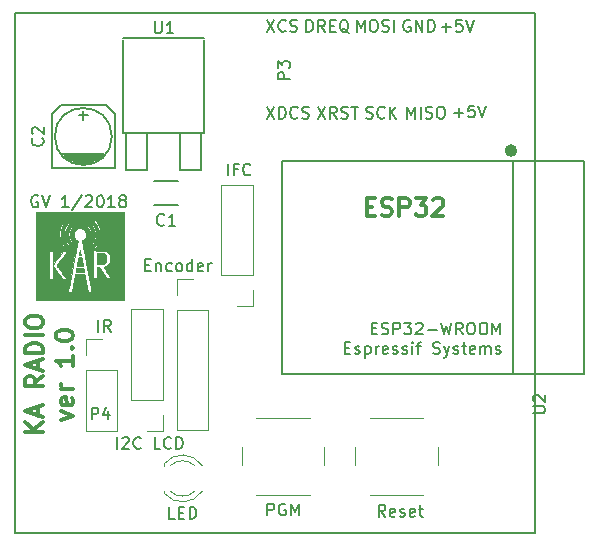
<source format=gbr>
G04 #@! TF.FileFunction,Legend,Top*
%FSLAX46Y46*%
G04 Gerber Fmt 4.6, Leading zero omitted, Abs format (unit mm)*
G04 Created by KiCad (PCBNEW 4.0.7) date Tue Jan 30 18:32:58 2018*
%MOMM*%
%LPD*%
G01*
G04 APERTURE LIST*
%ADD10C,0.100000*%
%ADD11C,0.150000*%
%ADD12C,0.300000*%
%ADD13C,0.500000*%
%ADD14C,0.010000*%
%ADD15C,0.120000*%
G04 APERTURE END LIST*
D10*
D11*
X111717619Y-85050000D02*
X111622381Y-85002381D01*
X111479524Y-85002381D01*
X111336666Y-85050000D01*
X111241428Y-85145238D01*
X111193809Y-85240476D01*
X111146190Y-85430952D01*
X111146190Y-85573810D01*
X111193809Y-85764286D01*
X111241428Y-85859524D01*
X111336666Y-85954762D01*
X111479524Y-86002381D01*
X111574762Y-86002381D01*
X111717619Y-85954762D01*
X111765238Y-85907143D01*
X111765238Y-85573810D01*
X111574762Y-85573810D01*
X112050952Y-85002381D02*
X112384285Y-86002381D01*
X112717619Y-85002381D01*
X114336667Y-86002381D02*
X113765238Y-86002381D01*
X114050952Y-86002381D02*
X114050952Y-85002381D01*
X113955714Y-85145238D01*
X113860476Y-85240476D01*
X113765238Y-85288095D01*
X115479524Y-84954762D02*
X114622381Y-86240476D01*
X115765238Y-85097619D02*
X115812857Y-85050000D01*
X115908095Y-85002381D01*
X116146191Y-85002381D01*
X116241429Y-85050000D01*
X116289048Y-85097619D01*
X116336667Y-85192857D01*
X116336667Y-85288095D01*
X116289048Y-85430952D01*
X115717619Y-86002381D01*
X116336667Y-86002381D01*
X116955714Y-85002381D02*
X117050953Y-85002381D01*
X117146191Y-85050000D01*
X117193810Y-85097619D01*
X117241429Y-85192857D01*
X117289048Y-85383333D01*
X117289048Y-85621429D01*
X117241429Y-85811905D01*
X117193810Y-85907143D01*
X117146191Y-85954762D01*
X117050953Y-86002381D01*
X116955714Y-86002381D01*
X116860476Y-85954762D01*
X116812857Y-85907143D01*
X116765238Y-85811905D01*
X116717619Y-85621429D01*
X116717619Y-85383333D01*
X116765238Y-85192857D01*
X116812857Y-85097619D01*
X116860476Y-85050000D01*
X116955714Y-85002381D01*
X118241429Y-86002381D02*
X117670000Y-86002381D01*
X117955714Y-86002381D02*
X117955714Y-85002381D01*
X117860476Y-85145238D01*
X117765238Y-85240476D01*
X117670000Y-85288095D01*
X118812857Y-85430952D02*
X118717619Y-85383333D01*
X118670000Y-85335714D01*
X118622381Y-85240476D01*
X118622381Y-85192857D01*
X118670000Y-85097619D01*
X118717619Y-85050000D01*
X118812857Y-85002381D01*
X119003334Y-85002381D01*
X119098572Y-85050000D01*
X119146191Y-85097619D01*
X119193810Y-85192857D01*
X119193810Y-85240476D01*
X119146191Y-85335714D01*
X119098572Y-85383333D01*
X119003334Y-85430952D01*
X118812857Y-85430952D01*
X118717619Y-85478571D01*
X118670000Y-85526190D01*
X118622381Y-85621429D01*
X118622381Y-85811905D01*
X118670000Y-85907143D01*
X118717619Y-85954762D01*
X118812857Y-86002381D01*
X119003334Y-86002381D01*
X119098572Y-85954762D01*
X119146191Y-85907143D01*
X119193810Y-85811905D01*
X119193810Y-85621429D01*
X119146191Y-85526190D01*
X119098572Y-85478571D01*
X119003334Y-85430952D01*
D12*
X112173571Y-105082857D02*
X110673571Y-105082857D01*
X112173571Y-104225714D02*
X111316429Y-104868571D01*
X110673571Y-104225714D02*
X111530714Y-105082857D01*
X111745000Y-103654286D02*
X111745000Y-102940000D01*
X112173571Y-103797143D02*
X110673571Y-103297143D01*
X112173571Y-102797143D01*
X112173571Y-100297143D02*
X111459286Y-100797143D01*
X112173571Y-101154286D02*
X110673571Y-101154286D01*
X110673571Y-100582858D01*
X110745000Y-100440000D01*
X110816429Y-100368572D01*
X110959286Y-100297143D01*
X111173571Y-100297143D01*
X111316429Y-100368572D01*
X111387857Y-100440000D01*
X111459286Y-100582858D01*
X111459286Y-101154286D01*
X111745000Y-99725715D02*
X111745000Y-99011429D01*
X112173571Y-99868572D02*
X110673571Y-99368572D01*
X112173571Y-98868572D01*
X112173571Y-98368572D02*
X110673571Y-98368572D01*
X110673571Y-98011429D01*
X110745000Y-97797144D01*
X110887857Y-97654286D01*
X111030714Y-97582858D01*
X111316429Y-97511429D01*
X111530714Y-97511429D01*
X111816429Y-97582858D01*
X111959286Y-97654286D01*
X112102143Y-97797144D01*
X112173571Y-98011429D01*
X112173571Y-98368572D01*
X112173571Y-96868572D02*
X110673571Y-96868572D01*
X110673571Y-95868572D02*
X110673571Y-95582858D01*
X110745000Y-95440000D01*
X110887857Y-95297143D01*
X111173571Y-95225715D01*
X111673571Y-95225715D01*
X111959286Y-95297143D01*
X112102143Y-95440000D01*
X112173571Y-95582858D01*
X112173571Y-95868572D01*
X112102143Y-96011429D01*
X111959286Y-96154286D01*
X111673571Y-96225715D01*
X111173571Y-96225715D01*
X110887857Y-96154286D01*
X110745000Y-96011429D01*
X110673571Y-95868572D01*
X113723571Y-104011427D02*
X114723571Y-103654284D01*
X113723571Y-103297142D01*
X114652143Y-102154285D02*
X114723571Y-102297142D01*
X114723571Y-102582856D01*
X114652143Y-102725713D01*
X114509286Y-102797142D01*
X113937857Y-102797142D01*
X113795000Y-102725713D01*
X113723571Y-102582856D01*
X113723571Y-102297142D01*
X113795000Y-102154285D01*
X113937857Y-102082856D01*
X114080714Y-102082856D01*
X114223571Y-102797142D01*
X114723571Y-101439999D02*
X113723571Y-101439999D01*
X114009286Y-101439999D02*
X113866429Y-101368571D01*
X113795000Y-101297142D01*
X113723571Y-101154285D01*
X113723571Y-101011428D01*
X114723571Y-98582857D02*
X114723571Y-99440000D01*
X114723571Y-99011428D02*
X113223571Y-99011428D01*
X113437857Y-99154285D01*
X113580714Y-99297143D01*
X113652143Y-99440000D01*
X114580714Y-97940000D02*
X114652143Y-97868572D01*
X114723571Y-97940000D01*
X114652143Y-98011429D01*
X114580714Y-97940000D01*
X114723571Y-97940000D01*
X113223571Y-96940000D02*
X113223571Y-96797143D01*
X113295000Y-96654286D01*
X113366429Y-96582857D01*
X113509286Y-96511428D01*
X113795000Y-96440000D01*
X114152143Y-96440000D01*
X114437857Y-96511428D01*
X114580714Y-96582857D01*
X114652143Y-96654286D01*
X114723571Y-96797143D01*
X114723571Y-96940000D01*
X114652143Y-97082857D01*
X114580714Y-97154286D01*
X114437857Y-97225714D01*
X114152143Y-97297143D01*
X113795000Y-97297143D01*
X113509286Y-97225714D01*
X113366429Y-97154286D01*
X113295000Y-97082857D01*
X113223571Y-96940000D01*
X139555715Y-85952857D02*
X140055715Y-85952857D01*
X140270001Y-86738571D02*
X139555715Y-86738571D01*
X139555715Y-85238571D01*
X140270001Y-85238571D01*
X140841429Y-86667143D02*
X141055715Y-86738571D01*
X141412858Y-86738571D01*
X141555715Y-86667143D01*
X141627144Y-86595714D01*
X141698572Y-86452857D01*
X141698572Y-86310000D01*
X141627144Y-86167143D01*
X141555715Y-86095714D01*
X141412858Y-86024286D01*
X141127144Y-85952857D01*
X140984286Y-85881429D01*
X140912858Y-85810000D01*
X140841429Y-85667143D01*
X140841429Y-85524286D01*
X140912858Y-85381429D01*
X140984286Y-85310000D01*
X141127144Y-85238571D01*
X141484286Y-85238571D01*
X141698572Y-85310000D01*
X142341429Y-86738571D02*
X142341429Y-85238571D01*
X142912857Y-85238571D01*
X143055715Y-85310000D01*
X143127143Y-85381429D01*
X143198572Y-85524286D01*
X143198572Y-85738571D01*
X143127143Y-85881429D01*
X143055715Y-85952857D01*
X142912857Y-86024286D01*
X142341429Y-86024286D01*
X143698572Y-85238571D02*
X144627143Y-85238571D01*
X144127143Y-85810000D01*
X144341429Y-85810000D01*
X144484286Y-85881429D01*
X144555715Y-85952857D01*
X144627143Y-86095714D01*
X144627143Y-86452857D01*
X144555715Y-86595714D01*
X144484286Y-86667143D01*
X144341429Y-86738571D01*
X143912857Y-86738571D01*
X143770000Y-86667143D01*
X143698572Y-86595714D01*
X145198571Y-85381429D02*
X145270000Y-85310000D01*
X145412857Y-85238571D01*
X145770000Y-85238571D01*
X145912857Y-85310000D01*
X145984286Y-85381429D01*
X146055714Y-85524286D01*
X146055714Y-85667143D01*
X145984286Y-85881429D01*
X145127143Y-86738571D01*
X146055714Y-86738571D01*
D11*
X131090476Y-77502381D02*
X131757143Y-78502381D01*
X131757143Y-77502381D02*
X131090476Y-78502381D01*
X132138095Y-78502381D02*
X132138095Y-77502381D01*
X132376190Y-77502381D01*
X132519048Y-77550000D01*
X132614286Y-77645238D01*
X132661905Y-77740476D01*
X132709524Y-77930952D01*
X132709524Y-78073810D01*
X132661905Y-78264286D01*
X132614286Y-78359524D01*
X132519048Y-78454762D01*
X132376190Y-78502381D01*
X132138095Y-78502381D01*
X133709524Y-78407143D02*
X133661905Y-78454762D01*
X133519048Y-78502381D01*
X133423810Y-78502381D01*
X133280952Y-78454762D01*
X133185714Y-78359524D01*
X133138095Y-78264286D01*
X133090476Y-78073810D01*
X133090476Y-77930952D01*
X133138095Y-77740476D01*
X133185714Y-77645238D01*
X133280952Y-77550000D01*
X133423810Y-77502381D01*
X133519048Y-77502381D01*
X133661905Y-77550000D01*
X133709524Y-77597619D01*
X134090476Y-78454762D02*
X134233333Y-78502381D01*
X134471429Y-78502381D01*
X134566667Y-78454762D01*
X134614286Y-78407143D01*
X134661905Y-78311905D01*
X134661905Y-78216667D01*
X134614286Y-78121429D01*
X134566667Y-78073810D01*
X134471429Y-78026190D01*
X134280952Y-77978571D01*
X134185714Y-77930952D01*
X134138095Y-77883333D01*
X134090476Y-77788095D01*
X134090476Y-77692857D01*
X134138095Y-77597619D01*
X134185714Y-77550000D01*
X134280952Y-77502381D01*
X134519048Y-77502381D01*
X134661905Y-77550000D01*
X135409524Y-77502381D02*
X136076191Y-78502381D01*
X136076191Y-77502381D02*
X135409524Y-78502381D01*
X137028572Y-78502381D02*
X136695238Y-78026190D01*
X136457143Y-78502381D02*
X136457143Y-77502381D01*
X136838096Y-77502381D01*
X136933334Y-77550000D01*
X136980953Y-77597619D01*
X137028572Y-77692857D01*
X137028572Y-77835714D01*
X136980953Y-77930952D01*
X136933334Y-77978571D01*
X136838096Y-78026190D01*
X136457143Y-78026190D01*
X137409524Y-78454762D02*
X137552381Y-78502381D01*
X137790477Y-78502381D01*
X137885715Y-78454762D01*
X137933334Y-78407143D01*
X137980953Y-78311905D01*
X137980953Y-78216667D01*
X137933334Y-78121429D01*
X137885715Y-78073810D01*
X137790477Y-78026190D01*
X137600000Y-77978571D01*
X137504762Y-77930952D01*
X137457143Y-77883333D01*
X137409524Y-77788095D01*
X137409524Y-77692857D01*
X137457143Y-77597619D01*
X137504762Y-77550000D01*
X137600000Y-77502381D01*
X137838096Y-77502381D01*
X137980953Y-77550000D01*
X138266667Y-77502381D02*
X138838096Y-77502381D01*
X138552381Y-78502381D02*
X138552381Y-77502381D01*
X139514286Y-78454762D02*
X139657143Y-78502381D01*
X139895239Y-78502381D01*
X139990477Y-78454762D01*
X140038096Y-78407143D01*
X140085715Y-78311905D01*
X140085715Y-78216667D01*
X140038096Y-78121429D01*
X139990477Y-78073810D01*
X139895239Y-78026190D01*
X139704762Y-77978571D01*
X139609524Y-77930952D01*
X139561905Y-77883333D01*
X139514286Y-77788095D01*
X139514286Y-77692857D01*
X139561905Y-77597619D01*
X139609524Y-77550000D01*
X139704762Y-77502381D01*
X139942858Y-77502381D01*
X140085715Y-77550000D01*
X141085715Y-78407143D02*
X141038096Y-78454762D01*
X140895239Y-78502381D01*
X140800001Y-78502381D01*
X140657143Y-78454762D01*
X140561905Y-78359524D01*
X140514286Y-78264286D01*
X140466667Y-78073810D01*
X140466667Y-77930952D01*
X140514286Y-77740476D01*
X140561905Y-77645238D01*
X140657143Y-77550000D01*
X140800001Y-77502381D01*
X140895239Y-77502381D01*
X141038096Y-77550000D01*
X141085715Y-77597619D01*
X141514286Y-78502381D02*
X141514286Y-77502381D01*
X142085715Y-78502381D02*
X141657143Y-77930952D01*
X142085715Y-77502381D02*
X141514286Y-78073810D01*
X142978572Y-78502381D02*
X142978572Y-77502381D01*
X143311906Y-78216667D01*
X143645239Y-77502381D01*
X143645239Y-78502381D01*
X144121429Y-78502381D02*
X144121429Y-77502381D01*
X144550000Y-78454762D02*
X144692857Y-78502381D01*
X144930953Y-78502381D01*
X145026191Y-78454762D01*
X145073810Y-78407143D01*
X145121429Y-78311905D01*
X145121429Y-78216667D01*
X145073810Y-78121429D01*
X145026191Y-78073810D01*
X144930953Y-78026190D01*
X144740476Y-77978571D01*
X144645238Y-77930952D01*
X144597619Y-77883333D01*
X144550000Y-77788095D01*
X144550000Y-77692857D01*
X144597619Y-77597619D01*
X144645238Y-77550000D01*
X144740476Y-77502381D01*
X144978572Y-77502381D01*
X145121429Y-77550000D01*
X145740476Y-77502381D02*
X145930953Y-77502381D01*
X146026191Y-77550000D01*
X146121429Y-77645238D01*
X146169048Y-77835714D01*
X146169048Y-78169048D01*
X146121429Y-78359524D01*
X146026191Y-78454762D01*
X145930953Y-78502381D01*
X145740476Y-78502381D01*
X145645238Y-78454762D01*
X145550000Y-78359524D01*
X145502381Y-78169048D01*
X145502381Y-77835714D01*
X145550000Y-77645238D01*
X145645238Y-77550000D01*
X145740476Y-77502381D01*
X131090476Y-70152381D02*
X131757143Y-71152381D01*
X131757143Y-70152381D02*
X131090476Y-71152381D01*
X132709524Y-71057143D02*
X132661905Y-71104762D01*
X132519048Y-71152381D01*
X132423810Y-71152381D01*
X132280952Y-71104762D01*
X132185714Y-71009524D01*
X132138095Y-70914286D01*
X132090476Y-70723810D01*
X132090476Y-70580952D01*
X132138095Y-70390476D01*
X132185714Y-70295238D01*
X132280952Y-70200000D01*
X132423810Y-70152381D01*
X132519048Y-70152381D01*
X132661905Y-70200000D01*
X132709524Y-70247619D01*
X133090476Y-71104762D02*
X133233333Y-71152381D01*
X133471429Y-71152381D01*
X133566667Y-71104762D01*
X133614286Y-71057143D01*
X133661905Y-70961905D01*
X133661905Y-70866667D01*
X133614286Y-70771429D01*
X133566667Y-70723810D01*
X133471429Y-70676190D01*
X133280952Y-70628571D01*
X133185714Y-70580952D01*
X133138095Y-70533333D01*
X133090476Y-70438095D01*
X133090476Y-70342857D01*
X133138095Y-70247619D01*
X133185714Y-70200000D01*
X133280952Y-70152381D01*
X133519048Y-70152381D01*
X133661905Y-70200000D01*
X134461905Y-71152381D02*
X134461905Y-70152381D01*
X134700000Y-70152381D01*
X134842858Y-70200000D01*
X134938096Y-70295238D01*
X134985715Y-70390476D01*
X135033334Y-70580952D01*
X135033334Y-70723810D01*
X134985715Y-70914286D01*
X134938096Y-71009524D01*
X134842858Y-71104762D01*
X134700000Y-71152381D01*
X134461905Y-71152381D01*
X136033334Y-71152381D02*
X135700000Y-70676190D01*
X135461905Y-71152381D02*
X135461905Y-70152381D01*
X135842858Y-70152381D01*
X135938096Y-70200000D01*
X135985715Y-70247619D01*
X136033334Y-70342857D01*
X136033334Y-70485714D01*
X135985715Y-70580952D01*
X135938096Y-70628571D01*
X135842858Y-70676190D01*
X135461905Y-70676190D01*
X136461905Y-70628571D02*
X136795239Y-70628571D01*
X136938096Y-71152381D02*
X136461905Y-71152381D01*
X136461905Y-70152381D01*
X136938096Y-70152381D01*
X138033334Y-71247619D02*
X137938096Y-71200000D01*
X137842858Y-71104762D01*
X137700001Y-70961905D01*
X137604762Y-70914286D01*
X137509524Y-70914286D01*
X137557143Y-71152381D02*
X137461905Y-71104762D01*
X137366667Y-71009524D01*
X137319048Y-70819048D01*
X137319048Y-70485714D01*
X137366667Y-70295238D01*
X137461905Y-70200000D01*
X137557143Y-70152381D01*
X137747620Y-70152381D01*
X137842858Y-70200000D01*
X137938096Y-70295238D01*
X137985715Y-70485714D01*
X137985715Y-70819048D01*
X137938096Y-71009524D01*
X137842858Y-71104762D01*
X137747620Y-71152381D01*
X137557143Y-71152381D01*
X138728572Y-71152381D02*
X138728572Y-70152381D01*
X139061906Y-70866667D01*
X139395239Y-70152381D01*
X139395239Y-71152381D01*
X140061905Y-70152381D02*
X140252382Y-70152381D01*
X140347620Y-70200000D01*
X140442858Y-70295238D01*
X140490477Y-70485714D01*
X140490477Y-70819048D01*
X140442858Y-71009524D01*
X140347620Y-71104762D01*
X140252382Y-71152381D01*
X140061905Y-71152381D01*
X139966667Y-71104762D01*
X139871429Y-71009524D01*
X139823810Y-70819048D01*
X139823810Y-70485714D01*
X139871429Y-70295238D01*
X139966667Y-70200000D01*
X140061905Y-70152381D01*
X140871429Y-71104762D02*
X141014286Y-71152381D01*
X141252382Y-71152381D01*
X141347620Y-71104762D01*
X141395239Y-71057143D01*
X141442858Y-70961905D01*
X141442858Y-70866667D01*
X141395239Y-70771429D01*
X141347620Y-70723810D01*
X141252382Y-70676190D01*
X141061905Y-70628571D01*
X140966667Y-70580952D01*
X140919048Y-70533333D01*
X140871429Y-70438095D01*
X140871429Y-70342857D01*
X140919048Y-70247619D01*
X140966667Y-70200000D01*
X141061905Y-70152381D01*
X141300001Y-70152381D01*
X141442858Y-70200000D01*
X141871429Y-71152381D02*
X141871429Y-70152381D01*
X143238096Y-70200000D02*
X143142858Y-70152381D01*
X143000001Y-70152381D01*
X142857143Y-70200000D01*
X142761905Y-70295238D01*
X142714286Y-70390476D01*
X142666667Y-70580952D01*
X142666667Y-70723810D01*
X142714286Y-70914286D01*
X142761905Y-71009524D01*
X142857143Y-71104762D01*
X143000001Y-71152381D01*
X143095239Y-71152381D01*
X143238096Y-71104762D01*
X143285715Y-71057143D01*
X143285715Y-70723810D01*
X143095239Y-70723810D01*
X143714286Y-71152381D02*
X143714286Y-70152381D01*
X144285715Y-71152381D01*
X144285715Y-70152381D01*
X144761905Y-71152381D02*
X144761905Y-70152381D01*
X145000000Y-70152381D01*
X145142858Y-70200000D01*
X145238096Y-70295238D01*
X145285715Y-70390476D01*
X145333334Y-70580952D01*
X145333334Y-70723810D01*
X145285715Y-70914286D01*
X145238096Y-71009524D01*
X145142858Y-71104762D01*
X145000000Y-71152381D01*
X144761905Y-71152381D01*
X146964286Y-78021429D02*
X147726191Y-78021429D01*
X147345239Y-78402381D02*
X147345239Y-77640476D01*
X148678572Y-77402381D02*
X148202381Y-77402381D01*
X148154762Y-77878571D01*
X148202381Y-77830952D01*
X148297619Y-77783333D01*
X148535715Y-77783333D01*
X148630953Y-77830952D01*
X148678572Y-77878571D01*
X148726191Y-77973810D01*
X148726191Y-78211905D01*
X148678572Y-78307143D01*
X148630953Y-78354762D01*
X148535715Y-78402381D01*
X148297619Y-78402381D01*
X148202381Y-78354762D01*
X148154762Y-78307143D01*
X149011905Y-77402381D02*
X149345238Y-78402381D01*
X149678572Y-77402381D01*
X145914286Y-70771429D02*
X146676191Y-70771429D01*
X146295239Y-71152381D02*
X146295239Y-70390476D01*
X147628572Y-70152381D02*
X147152381Y-70152381D01*
X147104762Y-70628571D01*
X147152381Y-70580952D01*
X147247619Y-70533333D01*
X147485715Y-70533333D01*
X147580953Y-70580952D01*
X147628572Y-70628571D01*
X147676191Y-70723810D01*
X147676191Y-70961905D01*
X147628572Y-71057143D01*
X147580953Y-71104762D01*
X147485715Y-71152381D01*
X147247619Y-71152381D01*
X147152381Y-71104762D01*
X147104762Y-71057143D01*
X147961905Y-70152381D02*
X148295238Y-71152381D01*
X148628572Y-70152381D01*
X109800000Y-113600000D02*
X109800000Y-69600000D01*
X153800000Y-113600000D02*
X109800000Y-113600000D01*
X153800000Y-69600000D02*
X153800000Y-113600000D01*
X109800000Y-69600000D02*
X153800000Y-69600000D01*
D13*
X152062981Y-81219000D02*
G75*
G03X152062981Y-81219000I-283981J0D01*
G01*
D11*
X151925000Y-100125000D02*
X151925000Y-82125000D01*
X157925000Y-82125000D02*
X132425000Y-82125000D01*
X157925000Y-100125000D02*
X132425000Y-100125000D01*
X132425000Y-100125000D02*
X132425000Y-82125000D01*
X157925000Y-100125000D02*
X157925000Y-82125000D01*
X123590000Y-83795000D02*
X121590000Y-83795000D01*
X121590000Y-85845000D02*
X123590000Y-85845000D01*
X114929920Y-82306160D02*
X116326920Y-82306160D01*
X114675920Y-82179160D02*
X116453920Y-82179160D01*
X114294920Y-82052160D02*
X116834920Y-82052160D01*
X116961920Y-81925160D02*
X114167920Y-81925160D01*
X114040920Y-81798160D02*
X117088920Y-81798160D01*
X117215920Y-81671160D02*
X113913920Y-81671160D01*
X113786920Y-81544160D02*
X117342920Y-81544160D01*
X112897920Y-82687160D02*
X112897920Y-78115160D01*
X112897920Y-78115160D02*
X113659920Y-77353160D01*
X113659920Y-77353160D02*
X117469920Y-77353160D01*
X117469920Y-77353160D02*
X118231920Y-78115160D01*
X118231920Y-78115160D02*
X118231920Y-82687160D01*
X118231920Y-82687160D02*
X112897920Y-82687160D01*
X115564920Y-77861160D02*
X115564920Y-78623160D01*
X115183920Y-78242160D02*
X115945920Y-78242160D01*
X117977920Y-80020160D02*
G75*
G03X117977920Y-80020160I-2413000J0D01*
G01*
X123787000Y-79706000D02*
X123787000Y-82881000D01*
X123787000Y-82881000D02*
X125565000Y-82881000D01*
X125565000Y-82881000D02*
X125565000Y-79706000D01*
X119215000Y-79706000D02*
X119215000Y-82881000D01*
X119215000Y-82881000D02*
X120993000Y-82881000D01*
X120993000Y-82881000D02*
X120993000Y-79706000D01*
X125819000Y-73610000D02*
X125819000Y-79706000D01*
X125819000Y-79706000D02*
X118961000Y-79706000D01*
X118961000Y-79706000D02*
X118961000Y-71832000D01*
X118961000Y-71705000D02*
X125819000Y-71705000D01*
X125819000Y-71832000D02*
X125819000Y-73610000D01*
D14*
G36*
X117116958Y-89894143D02*
X117206848Y-89898834D01*
X117275230Y-89908605D01*
X117328258Y-89925052D01*
X117372085Y-89949773D01*
X117412865Y-89984363D01*
X117433868Y-90005683D01*
X117477624Y-90060658D01*
X117507249Y-90122036D01*
X117524885Y-90197396D01*
X117532675Y-90294317D01*
X117533542Y-90358227D01*
X117526977Y-90485209D01*
X117506195Y-90585389D01*
X117468683Y-90663742D01*
X117411928Y-90725246D01*
X117333418Y-90774877D01*
X117319838Y-90781497D01*
X117281714Y-90798405D01*
X117246144Y-90810171D01*
X117205859Y-90817718D01*
X117153591Y-90821968D01*
X117082073Y-90823843D01*
X116984037Y-90824267D01*
X116736267Y-90824267D01*
X116736267Y-89892934D01*
X116999408Y-89892934D01*
X117116958Y-89894143D01*
X117116958Y-89894143D01*
G37*
X117116958Y-89894143D02*
X117206848Y-89898834D01*
X117275230Y-89908605D01*
X117328258Y-89925052D01*
X117372085Y-89949773D01*
X117412865Y-89984363D01*
X117433868Y-90005683D01*
X117477624Y-90060658D01*
X117507249Y-90122036D01*
X117524885Y-90197396D01*
X117532675Y-90294317D01*
X117533542Y-90358227D01*
X117526977Y-90485209D01*
X117506195Y-90585389D01*
X117468683Y-90663742D01*
X117411928Y-90725246D01*
X117333418Y-90774877D01*
X117319838Y-90781497D01*
X117281714Y-90798405D01*
X117246144Y-90810171D01*
X117205859Y-90817718D01*
X117153591Y-90821968D01*
X117082073Y-90823843D01*
X116984037Y-90824267D01*
X116736267Y-90824267D01*
X116736267Y-89892934D01*
X116999408Y-89892934D01*
X117116958Y-89894143D01*
G36*
X115284461Y-89667898D02*
X115286019Y-89672801D01*
X115298391Y-89725702D01*
X115312110Y-89792944D01*
X115325820Y-89866592D01*
X115338161Y-89938712D01*
X115347774Y-90001369D01*
X115353303Y-90046628D01*
X115353421Y-90066500D01*
X115333306Y-90074192D01*
X115291608Y-90078705D01*
X115270534Y-90079200D01*
X115222768Y-90076615D01*
X115200744Y-90066761D01*
X115196403Y-90049567D01*
X115200018Y-90021793D01*
X115209027Y-89968704D01*
X115222037Y-89898166D01*
X115236222Y-89825200D01*
X115253820Y-89741345D01*
X115267227Y-89688704D01*
X115277191Y-89664985D01*
X115284461Y-89667898D01*
X115284461Y-89667898D01*
G37*
X115284461Y-89667898D02*
X115286019Y-89672801D01*
X115298391Y-89725702D01*
X115312110Y-89792944D01*
X115325820Y-89866592D01*
X115338161Y-89938712D01*
X115347774Y-90001369D01*
X115353303Y-90046628D01*
X115353421Y-90066500D01*
X115333306Y-90074192D01*
X115291608Y-90078705D01*
X115270534Y-90079200D01*
X115222768Y-90076615D01*
X115200744Y-90066761D01*
X115196403Y-90049567D01*
X115200018Y-90021793D01*
X115209027Y-89968704D01*
X115222037Y-89898166D01*
X115236222Y-89825200D01*
X115253820Y-89741345D01*
X115267227Y-89688704D01*
X115277191Y-89664985D01*
X115284461Y-89667898D01*
G36*
X115276999Y-90201237D02*
X115388744Y-90206200D01*
X115418264Y-90350134D01*
X115431760Y-90417846D01*
X115442213Y-90473909D01*
X115447960Y-90509248D01*
X115448559Y-90515234D01*
X115438842Y-90525601D01*
X115406177Y-90532246D01*
X115346654Y-90535662D01*
X115280000Y-90536400D01*
X115196795Y-90535112D01*
X115143509Y-90530926D01*
X115116279Y-90523360D01*
X115110632Y-90515234D01*
X115113531Y-90489874D01*
X115121305Y-90440163D01*
X115132524Y-90375025D01*
X115137925Y-90345170D01*
X115165253Y-90196273D01*
X115276999Y-90201237D01*
X115276999Y-90201237D01*
G37*
X115276999Y-90201237D02*
X115388744Y-90206200D01*
X115418264Y-90350134D01*
X115431760Y-90417846D01*
X115442213Y-90473909D01*
X115447960Y-90509248D01*
X115448559Y-90515234D01*
X115438842Y-90525601D01*
X115406177Y-90532246D01*
X115346654Y-90535662D01*
X115280000Y-90536400D01*
X115196795Y-90535112D01*
X115143509Y-90530926D01*
X115116279Y-90523360D01*
X115110632Y-90515234D01*
X115113531Y-90489874D01*
X115121305Y-90440163D01*
X115132524Y-90375025D01*
X115137925Y-90345170D01*
X115165253Y-90196273D01*
X115276999Y-90201237D01*
G36*
X115507607Y-90828501D02*
X115520570Y-90899271D01*
X115532034Y-90958382D01*
X115540290Y-90997172D01*
X115542702Y-91006301D01*
X115537882Y-91014585D01*
X115514494Y-91020546D01*
X115468846Y-91024481D01*
X115397246Y-91026685D01*
X115295999Y-91027457D01*
X115279468Y-91027467D01*
X115188084Y-91027077D01*
X115109899Y-91025999D01*
X115050586Y-91024372D01*
X115015817Y-91022334D01*
X115009066Y-91020871D01*
X115012129Y-90999376D01*
X115020113Y-90954100D01*
X115031214Y-90894451D01*
X115043627Y-90829841D01*
X115055547Y-90769679D01*
X115065170Y-90723375D01*
X115070322Y-90701501D01*
X115077720Y-90688769D01*
X115094835Y-90680262D01*
X115127454Y-90675158D01*
X115181364Y-90672637D01*
X115262352Y-90671880D01*
X115279382Y-90671867D01*
X115479681Y-90671867D01*
X115507607Y-90828501D01*
X115507607Y-90828501D01*
G37*
X115507607Y-90828501D02*
X115520570Y-90899271D01*
X115532034Y-90958382D01*
X115540290Y-90997172D01*
X115542702Y-91006301D01*
X115537882Y-91014585D01*
X115514494Y-91020546D01*
X115468846Y-91024481D01*
X115397246Y-91026685D01*
X115295999Y-91027457D01*
X115279468Y-91027467D01*
X115188084Y-91027077D01*
X115109899Y-91025999D01*
X115050586Y-91024372D01*
X115015817Y-91022334D01*
X115009066Y-91020871D01*
X115012129Y-90999376D01*
X115020113Y-90954100D01*
X115031214Y-90894451D01*
X115043627Y-90829841D01*
X115055547Y-90769679D01*
X115065170Y-90723375D01*
X115070322Y-90701501D01*
X115077720Y-90688769D01*
X115094835Y-90680262D01*
X115127454Y-90675158D01*
X115181364Y-90672637D01*
X115262352Y-90671880D01*
X115279382Y-90671867D01*
X115479681Y-90671867D01*
X115507607Y-90828501D01*
G36*
X115380436Y-91146126D02*
X115457239Y-91146913D01*
X115509873Y-91148972D01*
X115543185Y-91152916D01*
X115562023Y-91159359D01*
X115571238Y-91168913D01*
X115575676Y-91182190D01*
X115576127Y-91184101D01*
X115584191Y-91221973D01*
X115595226Y-91277998D01*
X115607514Y-91342884D01*
X115619338Y-91407340D01*
X115628980Y-91462073D01*
X115634722Y-91497790D01*
X115635597Y-91505834D01*
X115619484Y-91509580D01*
X115574416Y-91512888D01*
X115505304Y-91515585D01*
X115417060Y-91517499D01*
X115314595Y-91518457D01*
X115274804Y-91518534D01*
X114914007Y-91518534D01*
X114948008Y-91332267D01*
X114982009Y-91146001D01*
X115274615Y-91146001D01*
X115380436Y-91146126D01*
X115380436Y-91146126D01*
G37*
X115380436Y-91146126D02*
X115457239Y-91146913D01*
X115509873Y-91148972D01*
X115543185Y-91152916D01*
X115562023Y-91159359D01*
X115571238Y-91168913D01*
X115575676Y-91182190D01*
X115576127Y-91184101D01*
X115584191Y-91221973D01*
X115595226Y-91277998D01*
X115607514Y-91342884D01*
X115619338Y-91407340D01*
X115628980Y-91462073D01*
X115634722Y-91497790D01*
X115635597Y-91505834D01*
X115619484Y-91509580D01*
X115574416Y-91512888D01*
X115505304Y-91515585D01*
X115417060Y-91517499D01*
X115314595Y-91518457D01*
X115274804Y-91518534D01*
X114914007Y-91518534D01*
X114948008Y-91332267D01*
X114982009Y-91146001D01*
X115274615Y-91146001D01*
X115380436Y-91146126D01*
G36*
X115694145Y-91802167D02*
X115708100Y-91874727D01*
X115720531Y-91935714D01*
X115729699Y-91976780D01*
X115732929Y-91988434D01*
X115728493Y-91994980D01*
X115707735Y-92000117D01*
X115667644Y-92003985D01*
X115605209Y-92006725D01*
X115517419Y-92008478D01*
X115401265Y-92009387D01*
X115281812Y-92009601D01*
X115125198Y-92009000D01*
X115001823Y-92007184D01*
X114911080Y-92004127D01*
X114852362Y-91999808D01*
X114825062Y-91994200D01*
X114822800Y-91991699D01*
X114826370Y-91965065D01*
X114835305Y-91920004D01*
X114839151Y-91902799D01*
X114851998Y-91844063D01*
X114866672Y-91772807D01*
X114874218Y-91734434D01*
X114892934Y-91637067D01*
X115663256Y-91637067D01*
X115694145Y-91802167D01*
X115694145Y-91802167D01*
G37*
X115694145Y-91802167D02*
X115708100Y-91874727D01*
X115720531Y-91935714D01*
X115729699Y-91976780D01*
X115732929Y-91988434D01*
X115728493Y-91994980D01*
X115707735Y-92000117D01*
X115667644Y-92003985D01*
X115605209Y-92006725D01*
X115517419Y-92008478D01*
X115401265Y-92009387D01*
X115281812Y-92009601D01*
X115125198Y-92009000D01*
X115001823Y-92007184D01*
X114911080Y-92004127D01*
X114852362Y-91999808D01*
X114825062Y-91994200D01*
X114822800Y-91991699D01*
X114826370Y-91965065D01*
X114835305Y-91920004D01*
X114839151Y-91902799D01*
X114851998Y-91844063D01*
X114866672Y-91772807D01*
X114874218Y-91734434D01*
X114892934Y-91637067D01*
X115663256Y-91637067D01*
X115694145Y-91802167D01*
G36*
X115762101Y-92166234D02*
X115772018Y-92212132D01*
X115784362Y-92272049D01*
X115797323Y-92336799D01*
X115809088Y-92397197D01*
X115817847Y-92444058D01*
X115821788Y-92468197D01*
X115821853Y-92469222D01*
X115819556Y-92475541D01*
X115810431Y-92480546D01*
X115791154Y-92484346D01*
X115758398Y-92487050D01*
X115708840Y-92488766D01*
X115639152Y-92489602D01*
X115546012Y-92489667D01*
X115426093Y-92489069D01*
X115276070Y-92487917D01*
X115254036Y-92487731D01*
X114728538Y-92483262D01*
X114762080Y-92305698D01*
X114795621Y-92128134D01*
X115753488Y-92128134D01*
X115762101Y-92166234D01*
X115762101Y-92166234D01*
G37*
X115762101Y-92166234D02*
X115772018Y-92212132D01*
X115784362Y-92272049D01*
X115797323Y-92336799D01*
X115809088Y-92397197D01*
X115817847Y-92444058D01*
X115821788Y-92468197D01*
X115821853Y-92469222D01*
X115819556Y-92475541D01*
X115810431Y-92480546D01*
X115791154Y-92484346D01*
X115758398Y-92487050D01*
X115708840Y-92488766D01*
X115639152Y-92489602D01*
X115546012Y-92489667D01*
X115426093Y-92489069D01*
X115276070Y-92487917D01*
X115254036Y-92487731D01*
X114728538Y-92483262D01*
X114762080Y-92305698D01*
X114795621Y-92128134D01*
X115753488Y-92128134D01*
X115762101Y-92166234D01*
G36*
X119005333Y-93855334D02*
X111554667Y-93855334D01*
X111554667Y-93080693D01*
X114297867Y-93080693D01*
X114308192Y-93110305D01*
X114333794Y-93149923D01*
X114341705Y-93159768D01*
X114396356Y-93201189D01*
X114460635Y-93213769D01*
X114525510Y-93196925D01*
X114559486Y-93173767D01*
X114578699Y-93152829D01*
X114594671Y-93123704D01*
X114609465Y-93080214D01*
X114625144Y-93016182D01*
X114643769Y-92925430D01*
X114645701Y-92915534D01*
X114662394Y-92830044D01*
X114677375Y-92753862D01*
X114689139Y-92694599D01*
X114696183Y-92659864D01*
X114696726Y-92657301D01*
X114704912Y-92619201D01*
X115851874Y-92619201D01*
X115888563Y-92818167D01*
X115909868Y-92931065D01*
X115927292Y-93015587D01*
X115942332Y-93076795D01*
X115956486Y-93119749D01*
X115971252Y-93149511D01*
X115988127Y-93171141D01*
X115995027Y-93177932D01*
X116049172Y-93207236D01*
X116113304Y-93211530D01*
X116175198Y-93191368D01*
X116205537Y-93168403D01*
X116229529Y-93140928D01*
X116241378Y-93112745D01*
X116243821Y-93072282D01*
X116240599Y-93020236D01*
X116233485Y-92957219D01*
X116221314Y-92874352D01*
X116206123Y-92784899D01*
X116197225Y-92737734D01*
X116181980Y-92659606D01*
X116161668Y-92554600D01*
X116137515Y-92429114D01*
X116110745Y-92289547D01*
X116082583Y-92142298D01*
X116063734Y-92043467D01*
X116431467Y-92043467D01*
X116736267Y-92043467D01*
X116736267Y-91047535D01*
X116832051Y-91041734D01*
X116927836Y-91035934D01*
X117021136Y-91179867D01*
X117109590Y-91317225D01*
X117179924Y-91428553D01*
X117233229Y-91515711D01*
X117270595Y-91580562D01*
X117293112Y-91624967D01*
X117301869Y-91650787D01*
X117301102Y-91657935D01*
X117300517Y-91668168D01*
X117308534Y-91664609D01*
X117329304Y-91668639D01*
X117347328Y-91690598D01*
X117364567Y-91719952D01*
X117395504Y-91770031D01*
X117435364Y-91833178D01*
X117469078Y-91885806D01*
X117570733Y-92043467D01*
X117737700Y-92043467D01*
X117808241Y-92042691D01*
X117864038Y-92040600D01*
X117897872Y-92037551D01*
X117904667Y-92035229D01*
X117895912Y-92019495D01*
X117871052Y-91978572D01*
X117832186Y-91915824D01*
X117781417Y-91834617D01*
X117720847Y-91738316D01*
X117652578Y-91630287D01*
X117598501Y-91545030D01*
X117525881Y-91430309D01*
X117459467Y-91324615D01*
X117401359Y-91231350D01*
X117353655Y-91153915D01*
X117318457Y-91095713D01*
X117297862Y-91060145D01*
X117293257Y-91050417D01*
X117308622Y-91039440D01*
X117341189Y-91031979D01*
X117461917Y-91000979D01*
X117576422Y-90941531D01*
X117678021Y-90859051D01*
X117760029Y-90758954D01*
X117815371Y-90647783D01*
X117833972Y-90568629D01*
X117844634Y-90467760D01*
X117847524Y-90355666D01*
X117842806Y-90242843D01*
X117830646Y-90139782D01*
X117811209Y-90056976D01*
X117805825Y-90042146D01*
X117750425Y-89941030D01*
X117670190Y-89845546D01*
X117573934Y-89765169D01*
X117515200Y-89729704D01*
X117422067Y-89681267D01*
X116926767Y-89675887D01*
X116431467Y-89670506D01*
X116431467Y-92043467D01*
X116063734Y-92043467D01*
X116054254Y-91993766D01*
X116026982Y-91850348D01*
X116001992Y-91718445D01*
X115991424Y-91662467D01*
X115980773Y-91606272D01*
X115964699Y-91521874D01*
X115944169Y-91414330D01*
X115920149Y-91288695D01*
X115893606Y-91150025D01*
X115865507Y-91003376D01*
X115839273Y-90866601D01*
X115811046Y-90719389D01*
X115783890Y-90577532D01*
X115758694Y-90445704D01*
X115736352Y-90328578D01*
X115717755Y-90230830D01*
X115703794Y-90157134D01*
X115695529Y-90113067D01*
X115676676Y-90011675D01*
X115654880Y-89895155D01*
X115631078Y-89768460D01*
X115606210Y-89636544D01*
X115581216Y-89504362D01*
X115580899Y-89502689D01*
X116422202Y-89502689D01*
X116424519Y-89526721D01*
X116447905Y-89553269D01*
X116485021Y-89550468D01*
X116534040Y-89519050D01*
X116593135Y-89459749D01*
X116594091Y-89458649D01*
X116740237Y-89265542D01*
X116855579Y-89058586D01*
X116940497Y-88836959D01*
X116995368Y-88599838D01*
X116998997Y-88576703D01*
X117020417Y-88330018D01*
X117009031Y-88091508D01*
X116964792Y-87861018D01*
X116887652Y-87638390D01*
X116777564Y-87423472D01*
X116634481Y-87216106D01*
X116554850Y-87120101D01*
X116507919Y-87077465D01*
X116468385Y-87066508D01*
X116436176Y-87084064D01*
X116424700Y-87106625D01*
X116432020Y-87137283D01*
X116460403Y-87180850D01*
X116508991Y-87238634D01*
X116644354Y-87415623D01*
X116752513Y-87609682D01*
X116832874Y-87816934D01*
X116884843Y-88033498D01*
X116907826Y-88255498D01*
X116901229Y-88479055D01*
X116864459Y-88700290D01*
X116796921Y-88915326D01*
X116774106Y-88970067D01*
X116716962Y-89083618D01*
X116644133Y-89204037D01*
X116563932Y-89318639D01*
X116484678Y-89414735D01*
X116477777Y-89422147D01*
X116438219Y-89468967D01*
X116422202Y-89502689D01*
X115580899Y-89502689D01*
X115557034Y-89376867D01*
X115535958Y-89266118D01*
X116161173Y-89266118D01*
X116172536Y-89289693D01*
X116203984Y-89299299D01*
X116247277Y-89278975D01*
X116300621Y-89229793D01*
X116329302Y-89196209D01*
X116455666Y-89013982D01*
X116550900Y-88820964D01*
X116614327Y-88619243D01*
X116645267Y-88410906D01*
X116645124Y-88224331D01*
X116615070Y-88015493D01*
X116555653Y-87816054D01*
X116468774Y-87630521D01*
X116356334Y-87463404D01*
X116293823Y-87391034D01*
X116280474Y-87378334D01*
X116380667Y-87378334D01*
X116389133Y-87386800D01*
X116397600Y-87378334D01*
X116389133Y-87369867D01*
X116380667Y-87378334D01*
X116280474Y-87378334D01*
X116242613Y-87342317D01*
X116205919Y-87322346D01*
X116181301Y-87330548D01*
X116167457Y-87361517D01*
X116166468Y-87395107D01*
X116184392Y-87431247D01*
X116214664Y-87468012D01*
X116332094Y-87620387D01*
X116426788Y-87789916D01*
X116494034Y-87967680D01*
X116509093Y-88025307D01*
X116526010Y-88132090D01*
X116533740Y-88258136D01*
X116532255Y-88390102D01*
X116521526Y-88514644D01*
X116510314Y-88581823D01*
X116465592Y-88733233D01*
X116395719Y-88889255D01*
X116305995Y-89039682D01*
X116204060Y-89171668D01*
X116169613Y-89222779D01*
X116161173Y-89266118D01*
X115535958Y-89266118D01*
X115534605Y-89259013D01*
X115514866Y-89155755D01*
X115498758Y-89072046D01*
X115487220Y-89012841D01*
X115482038Y-88987055D01*
X115875024Y-88987055D01*
X115883955Y-89001112D01*
X115916825Y-89012413D01*
X115961598Y-88992318D01*
X116018441Y-88940746D01*
X116027900Y-88930423D01*
X116124052Y-88798401D01*
X116192679Y-88647494D01*
X116233210Y-88479319D01*
X116245200Y-88312787D01*
X116230173Y-88128005D01*
X116185312Y-87958233D01*
X116110946Y-87804398D01*
X116020868Y-87682383D01*
X115968028Y-87631473D01*
X115925409Y-87609419D01*
X115894803Y-87616767D01*
X115881398Y-87639965D01*
X115883598Y-87670231D01*
X115907482Y-87714272D01*
X115945801Y-87764935D01*
X116040990Y-87907034D01*
X116105249Y-88059058D01*
X116138578Y-88217154D01*
X116140977Y-88377467D01*
X116112445Y-88536145D01*
X116052982Y-88689333D01*
X115962588Y-88833179D01*
X115945929Y-88854242D01*
X115899949Y-88915016D01*
X115876981Y-88957705D01*
X115875024Y-88987055D01*
X115482038Y-88987055D01*
X115482027Y-88987001D01*
X115470066Y-88929636D01*
X115459910Y-88880667D01*
X115456620Y-88864685D01*
X115458053Y-88836790D01*
X115480215Y-88813276D01*
X115514596Y-88793528D01*
X115629214Y-88719205D01*
X115715025Y-88627488D01*
X115772531Y-88517529D01*
X115802236Y-88388480D01*
X115806920Y-88300640D01*
X115791384Y-88168145D01*
X115745483Y-88050534D01*
X115668949Y-87947163D01*
X115653235Y-87931311D01*
X115568197Y-87860072D01*
X115482354Y-87814621D01*
X115385349Y-87790887D01*
X115280000Y-87784734D01*
X115201683Y-87786444D01*
X115144009Y-87793304D01*
X115093851Y-87807909D01*
X115039136Y-87832333D01*
X114933074Y-87901919D01*
X114845596Y-87998131D01*
X114789135Y-88092666D01*
X114760022Y-88180138D01*
X114747581Y-88284371D01*
X114751915Y-88392592D01*
X114773124Y-88492025D01*
X114785720Y-88525054D01*
X114833692Y-88608323D01*
X114898438Y-88686911D01*
X114970616Y-88750751D01*
X115025634Y-88783635D01*
X115076024Y-88814143D01*
X115093688Y-88845835D01*
X115093733Y-88847579D01*
X115090662Y-88874322D01*
X115082131Y-88928355D01*
X115069160Y-89003729D01*
X115052773Y-89094492D01*
X115035285Y-89187907D01*
X115020451Y-89265858D01*
X115000168Y-89372459D01*
X114975315Y-89503088D01*
X114946771Y-89653126D01*
X114915415Y-89817952D01*
X114882127Y-89992944D01*
X114847785Y-90173484D01*
X114813268Y-90354949D01*
X114807742Y-90384000D01*
X114767631Y-90594753D01*
X114722834Y-90829907D01*
X114675042Y-91080603D01*
X114625944Y-91337980D01*
X114577232Y-91593178D01*
X114530595Y-91837338D01*
X114487724Y-92061601D01*
X114468257Y-92163359D01*
X114435888Y-92332991D01*
X114405531Y-92493031D01*
X114377774Y-92640313D01*
X114353206Y-92771670D01*
X114332413Y-92883937D01*
X114315985Y-92973947D01*
X114304510Y-93038534D01*
X114298575Y-93074532D01*
X114297867Y-93080693D01*
X111554667Y-93080693D01*
X111554667Y-89757467D01*
X112689200Y-89757467D01*
X112689200Y-92128134D01*
X112993537Y-92128134D01*
X112998002Y-91574462D01*
X113002467Y-91020789D01*
X113417333Y-91573966D01*
X113832200Y-92127144D01*
X114005767Y-92127639D01*
X114077892Y-92126421D01*
X114135336Y-92122739D01*
X114171044Y-92117211D01*
X114179333Y-92112449D01*
X114169318Y-92096097D01*
X114140707Y-92055843D01*
X114095647Y-91994555D01*
X114036287Y-91915101D01*
X113964776Y-91820349D01*
X113883262Y-91713165D01*
X113793895Y-91596418D01*
X113746024Y-91534167D01*
X113653129Y-91413292D01*
X113566646Y-91300256D01*
X113488780Y-91197976D01*
X113421731Y-91109367D01*
X113367703Y-91037346D01*
X113328899Y-90984829D01*
X113307520Y-90954732D01*
X113304060Y-90949018D01*
X113309831Y-90925945D01*
X113332877Y-90884886D01*
X113368612Y-90833721D01*
X113378944Y-90820334D01*
X113433019Y-90751067D01*
X113494103Y-90671978D01*
X113548310Y-90601059D01*
X113588535Y-90550968D01*
X113621632Y-90515162D01*
X113642267Y-90499208D01*
X113645681Y-90499459D01*
X113652854Y-90499063D01*
X113651578Y-90493109D01*
X113659817Y-90474973D01*
X113686050Y-90434405D01*
X113727324Y-90375579D01*
X113780681Y-90302673D01*
X113843166Y-90219860D01*
X113866067Y-90190058D01*
X113935483Y-90100032D01*
X114001425Y-90014319D01*
X114059790Y-89938266D01*
X114106478Y-89877218D01*
X114137388Y-89836520D01*
X114141398Y-89831183D01*
X114196596Y-89757467D01*
X113832200Y-89759987D01*
X113698012Y-89940760D01*
X113650142Y-90005032D01*
X113586425Y-90090260D01*
X113511414Y-90190370D01*
X113429665Y-90299287D01*
X113345732Y-90410937D01*
X113283145Y-90494067D01*
X113002467Y-90866601D01*
X112993537Y-89757467D01*
X112689200Y-89757467D01*
X111554667Y-89757467D01*
X111554667Y-88218744D01*
X113539825Y-88218744D01*
X113541334Y-88385867D01*
X113562422Y-88613380D01*
X113606554Y-88819486D01*
X113674943Y-89008668D01*
X113748308Y-89151480D01*
X113777647Y-89202754D01*
X113798639Y-89241757D01*
X113806798Y-89260152D01*
X113806800Y-89260225D01*
X113817046Y-89278669D01*
X113844059Y-89315573D01*
X113882252Y-89363957D01*
X113926037Y-89416838D01*
X113969827Y-89467236D01*
X113991327Y-89490767D01*
X114038843Y-89532242D01*
X114081231Y-89552885D01*
X114112828Y-89551555D01*
X114127972Y-89527108D01*
X114128533Y-89518466D01*
X114117875Y-89488971D01*
X114089705Y-89443774D01*
X114049726Y-89391828D01*
X114042358Y-89383192D01*
X113908225Y-89204986D01*
X113799774Y-89008770D01*
X113715312Y-88791238D01*
X113683814Y-88682201D01*
X113665410Y-88585359D01*
X113653164Y-88466449D01*
X113647326Y-88336749D01*
X113647498Y-88309667D01*
X113917410Y-88309667D01*
X113917899Y-88415346D01*
X113920434Y-88495390D01*
X113925838Y-88558008D01*
X113934933Y-88611411D01*
X113948542Y-88663807D01*
X113955038Y-88685065D01*
X114027459Y-88875840D01*
X114117780Y-89047216D01*
X114222993Y-89193778D01*
X114261870Y-89237255D01*
X114310022Y-89280392D01*
X114346816Y-89294169D01*
X114376239Y-89279417D01*
X114388211Y-89263574D01*
X114393521Y-89243014D01*
X114382973Y-89215471D01*
X114353256Y-89174338D01*
X114328835Y-89145041D01*
X114207548Y-88979575D01*
X114114324Y-88801736D01*
X114050250Y-88615438D01*
X114016415Y-88424598D01*
X114015890Y-88384560D01*
X114308843Y-88384560D01*
X114335446Y-88554085D01*
X114389324Y-88715970D01*
X114469758Y-88864686D01*
X114539287Y-88955505D01*
X114583573Y-88994976D01*
X114624312Y-89012737D01*
X114655203Y-89008014D01*
X114669944Y-88980029D01*
X114670400Y-88971669D01*
X114659853Y-88936156D01*
X114632798Y-88888997D01*
X114609795Y-88858399D01*
X114517377Y-88722512D01*
X114454359Y-88574218D01*
X114420757Y-88417946D01*
X114416587Y-88258131D01*
X114441868Y-88099204D01*
X114496615Y-87945597D01*
X114580845Y-87801741D01*
X114605683Y-87768864D01*
X114648699Y-87704846D01*
X114665441Y-87655636D01*
X114655654Y-87623209D01*
X114625987Y-87610272D01*
X114593243Y-87621098D01*
X114550760Y-87657782D01*
X114502676Y-87715286D01*
X114453128Y-87788575D01*
X114406255Y-87872611D01*
X114399893Y-87885459D01*
X114340346Y-88044716D01*
X114310236Y-88212927D01*
X114308843Y-88384560D01*
X114015890Y-88384560D01*
X114013904Y-88233131D01*
X114034563Y-88085047D01*
X114083976Y-87907222D01*
X114153878Y-87739444D01*
X114240528Y-87589410D01*
X114331281Y-87474250D01*
X114376303Y-87421082D01*
X114395714Y-87383481D01*
X114390672Y-87356265D01*
X114362522Y-87334353D01*
X114343192Y-87327638D01*
X114322830Y-87331472D01*
X114297177Y-87349338D01*
X114261977Y-87384719D01*
X114212971Y-87441099D01*
X114172143Y-87490118D01*
X114135956Y-87542529D01*
X114093252Y-87617509D01*
X114048648Y-87705646D01*
X114006763Y-87797526D01*
X113972215Y-87883735D01*
X113956978Y-87928667D01*
X113940989Y-87985620D01*
X113929926Y-88040096D01*
X113922916Y-88100511D01*
X113919083Y-88175283D01*
X113917554Y-88272829D01*
X113917410Y-88309667D01*
X113647498Y-88309667D01*
X113648148Y-88207538D01*
X113655881Y-88090095D01*
X113668724Y-88004867D01*
X113734215Y-87773596D01*
X113828015Y-87557177D01*
X113948436Y-87358991D01*
X114061348Y-87217467D01*
X114105224Y-87159271D01*
X114123342Y-87112766D01*
X114115155Y-87080927D01*
X114088923Y-87067941D01*
X114053328Y-87077063D01*
X114006760Y-87112565D01*
X113952294Y-87170009D01*
X113893004Y-87244959D01*
X113831967Y-87332979D01*
X113772258Y-87429633D01*
X113716953Y-87530485D01*
X113669126Y-87631099D01*
X113631853Y-87727037D01*
X113631720Y-87727435D01*
X113582821Y-87894645D01*
X113552800Y-88053964D01*
X113539825Y-88218744D01*
X111554667Y-88218744D01*
X111554667Y-86421601D01*
X119005333Y-86421601D01*
X119005333Y-93855334D01*
X119005333Y-93855334D01*
G37*
X119005333Y-93855334D02*
X111554667Y-93855334D01*
X111554667Y-93080693D01*
X114297867Y-93080693D01*
X114308192Y-93110305D01*
X114333794Y-93149923D01*
X114341705Y-93159768D01*
X114396356Y-93201189D01*
X114460635Y-93213769D01*
X114525510Y-93196925D01*
X114559486Y-93173767D01*
X114578699Y-93152829D01*
X114594671Y-93123704D01*
X114609465Y-93080214D01*
X114625144Y-93016182D01*
X114643769Y-92925430D01*
X114645701Y-92915534D01*
X114662394Y-92830044D01*
X114677375Y-92753862D01*
X114689139Y-92694599D01*
X114696183Y-92659864D01*
X114696726Y-92657301D01*
X114704912Y-92619201D01*
X115851874Y-92619201D01*
X115888563Y-92818167D01*
X115909868Y-92931065D01*
X115927292Y-93015587D01*
X115942332Y-93076795D01*
X115956486Y-93119749D01*
X115971252Y-93149511D01*
X115988127Y-93171141D01*
X115995027Y-93177932D01*
X116049172Y-93207236D01*
X116113304Y-93211530D01*
X116175198Y-93191368D01*
X116205537Y-93168403D01*
X116229529Y-93140928D01*
X116241378Y-93112745D01*
X116243821Y-93072282D01*
X116240599Y-93020236D01*
X116233485Y-92957219D01*
X116221314Y-92874352D01*
X116206123Y-92784899D01*
X116197225Y-92737734D01*
X116181980Y-92659606D01*
X116161668Y-92554600D01*
X116137515Y-92429114D01*
X116110745Y-92289547D01*
X116082583Y-92142298D01*
X116063734Y-92043467D01*
X116431467Y-92043467D01*
X116736267Y-92043467D01*
X116736267Y-91047535D01*
X116832051Y-91041734D01*
X116927836Y-91035934D01*
X117021136Y-91179867D01*
X117109590Y-91317225D01*
X117179924Y-91428553D01*
X117233229Y-91515711D01*
X117270595Y-91580562D01*
X117293112Y-91624967D01*
X117301869Y-91650787D01*
X117301102Y-91657935D01*
X117300517Y-91668168D01*
X117308534Y-91664609D01*
X117329304Y-91668639D01*
X117347328Y-91690598D01*
X117364567Y-91719952D01*
X117395504Y-91770031D01*
X117435364Y-91833178D01*
X117469078Y-91885806D01*
X117570733Y-92043467D01*
X117737700Y-92043467D01*
X117808241Y-92042691D01*
X117864038Y-92040600D01*
X117897872Y-92037551D01*
X117904667Y-92035229D01*
X117895912Y-92019495D01*
X117871052Y-91978572D01*
X117832186Y-91915824D01*
X117781417Y-91834617D01*
X117720847Y-91738316D01*
X117652578Y-91630287D01*
X117598501Y-91545030D01*
X117525881Y-91430309D01*
X117459467Y-91324615D01*
X117401359Y-91231350D01*
X117353655Y-91153915D01*
X117318457Y-91095713D01*
X117297862Y-91060145D01*
X117293257Y-91050417D01*
X117308622Y-91039440D01*
X117341189Y-91031979D01*
X117461917Y-91000979D01*
X117576422Y-90941531D01*
X117678021Y-90859051D01*
X117760029Y-90758954D01*
X117815371Y-90647783D01*
X117833972Y-90568629D01*
X117844634Y-90467760D01*
X117847524Y-90355666D01*
X117842806Y-90242843D01*
X117830646Y-90139782D01*
X117811209Y-90056976D01*
X117805825Y-90042146D01*
X117750425Y-89941030D01*
X117670190Y-89845546D01*
X117573934Y-89765169D01*
X117515200Y-89729704D01*
X117422067Y-89681267D01*
X116926767Y-89675887D01*
X116431467Y-89670506D01*
X116431467Y-92043467D01*
X116063734Y-92043467D01*
X116054254Y-91993766D01*
X116026982Y-91850348D01*
X116001992Y-91718445D01*
X115991424Y-91662467D01*
X115980773Y-91606272D01*
X115964699Y-91521874D01*
X115944169Y-91414330D01*
X115920149Y-91288695D01*
X115893606Y-91150025D01*
X115865507Y-91003376D01*
X115839273Y-90866601D01*
X115811046Y-90719389D01*
X115783890Y-90577532D01*
X115758694Y-90445704D01*
X115736352Y-90328578D01*
X115717755Y-90230830D01*
X115703794Y-90157134D01*
X115695529Y-90113067D01*
X115676676Y-90011675D01*
X115654880Y-89895155D01*
X115631078Y-89768460D01*
X115606210Y-89636544D01*
X115581216Y-89504362D01*
X115580899Y-89502689D01*
X116422202Y-89502689D01*
X116424519Y-89526721D01*
X116447905Y-89553269D01*
X116485021Y-89550468D01*
X116534040Y-89519050D01*
X116593135Y-89459749D01*
X116594091Y-89458649D01*
X116740237Y-89265542D01*
X116855579Y-89058586D01*
X116940497Y-88836959D01*
X116995368Y-88599838D01*
X116998997Y-88576703D01*
X117020417Y-88330018D01*
X117009031Y-88091508D01*
X116964792Y-87861018D01*
X116887652Y-87638390D01*
X116777564Y-87423472D01*
X116634481Y-87216106D01*
X116554850Y-87120101D01*
X116507919Y-87077465D01*
X116468385Y-87066508D01*
X116436176Y-87084064D01*
X116424700Y-87106625D01*
X116432020Y-87137283D01*
X116460403Y-87180850D01*
X116508991Y-87238634D01*
X116644354Y-87415623D01*
X116752513Y-87609682D01*
X116832874Y-87816934D01*
X116884843Y-88033498D01*
X116907826Y-88255498D01*
X116901229Y-88479055D01*
X116864459Y-88700290D01*
X116796921Y-88915326D01*
X116774106Y-88970067D01*
X116716962Y-89083618D01*
X116644133Y-89204037D01*
X116563932Y-89318639D01*
X116484678Y-89414735D01*
X116477777Y-89422147D01*
X116438219Y-89468967D01*
X116422202Y-89502689D01*
X115580899Y-89502689D01*
X115557034Y-89376867D01*
X115535958Y-89266118D01*
X116161173Y-89266118D01*
X116172536Y-89289693D01*
X116203984Y-89299299D01*
X116247277Y-89278975D01*
X116300621Y-89229793D01*
X116329302Y-89196209D01*
X116455666Y-89013982D01*
X116550900Y-88820964D01*
X116614327Y-88619243D01*
X116645267Y-88410906D01*
X116645124Y-88224331D01*
X116615070Y-88015493D01*
X116555653Y-87816054D01*
X116468774Y-87630521D01*
X116356334Y-87463404D01*
X116293823Y-87391034D01*
X116280474Y-87378334D01*
X116380667Y-87378334D01*
X116389133Y-87386800D01*
X116397600Y-87378334D01*
X116389133Y-87369867D01*
X116380667Y-87378334D01*
X116280474Y-87378334D01*
X116242613Y-87342317D01*
X116205919Y-87322346D01*
X116181301Y-87330548D01*
X116167457Y-87361517D01*
X116166468Y-87395107D01*
X116184392Y-87431247D01*
X116214664Y-87468012D01*
X116332094Y-87620387D01*
X116426788Y-87789916D01*
X116494034Y-87967680D01*
X116509093Y-88025307D01*
X116526010Y-88132090D01*
X116533740Y-88258136D01*
X116532255Y-88390102D01*
X116521526Y-88514644D01*
X116510314Y-88581823D01*
X116465592Y-88733233D01*
X116395719Y-88889255D01*
X116305995Y-89039682D01*
X116204060Y-89171668D01*
X116169613Y-89222779D01*
X116161173Y-89266118D01*
X115535958Y-89266118D01*
X115534605Y-89259013D01*
X115514866Y-89155755D01*
X115498758Y-89072046D01*
X115487220Y-89012841D01*
X115482038Y-88987055D01*
X115875024Y-88987055D01*
X115883955Y-89001112D01*
X115916825Y-89012413D01*
X115961598Y-88992318D01*
X116018441Y-88940746D01*
X116027900Y-88930423D01*
X116124052Y-88798401D01*
X116192679Y-88647494D01*
X116233210Y-88479319D01*
X116245200Y-88312787D01*
X116230173Y-88128005D01*
X116185312Y-87958233D01*
X116110946Y-87804398D01*
X116020868Y-87682383D01*
X115968028Y-87631473D01*
X115925409Y-87609419D01*
X115894803Y-87616767D01*
X115881398Y-87639965D01*
X115883598Y-87670231D01*
X115907482Y-87714272D01*
X115945801Y-87764935D01*
X116040990Y-87907034D01*
X116105249Y-88059058D01*
X116138578Y-88217154D01*
X116140977Y-88377467D01*
X116112445Y-88536145D01*
X116052982Y-88689333D01*
X115962588Y-88833179D01*
X115945929Y-88854242D01*
X115899949Y-88915016D01*
X115876981Y-88957705D01*
X115875024Y-88987055D01*
X115482038Y-88987055D01*
X115482027Y-88987001D01*
X115470066Y-88929636D01*
X115459910Y-88880667D01*
X115456620Y-88864685D01*
X115458053Y-88836790D01*
X115480215Y-88813276D01*
X115514596Y-88793528D01*
X115629214Y-88719205D01*
X115715025Y-88627488D01*
X115772531Y-88517529D01*
X115802236Y-88388480D01*
X115806920Y-88300640D01*
X115791384Y-88168145D01*
X115745483Y-88050534D01*
X115668949Y-87947163D01*
X115653235Y-87931311D01*
X115568197Y-87860072D01*
X115482354Y-87814621D01*
X115385349Y-87790887D01*
X115280000Y-87784734D01*
X115201683Y-87786444D01*
X115144009Y-87793304D01*
X115093851Y-87807909D01*
X115039136Y-87832333D01*
X114933074Y-87901919D01*
X114845596Y-87998131D01*
X114789135Y-88092666D01*
X114760022Y-88180138D01*
X114747581Y-88284371D01*
X114751915Y-88392592D01*
X114773124Y-88492025D01*
X114785720Y-88525054D01*
X114833692Y-88608323D01*
X114898438Y-88686911D01*
X114970616Y-88750751D01*
X115025634Y-88783635D01*
X115076024Y-88814143D01*
X115093688Y-88845835D01*
X115093733Y-88847579D01*
X115090662Y-88874322D01*
X115082131Y-88928355D01*
X115069160Y-89003729D01*
X115052773Y-89094492D01*
X115035285Y-89187907D01*
X115020451Y-89265858D01*
X115000168Y-89372459D01*
X114975315Y-89503088D01*
X114946771Y-89653126D01*
X114915415Y-89817952D01*
X114882127Y-89992944D01*
X114847785Y-90173484D01*
X114813268Y-90354949D01*
X114807742Y-90384000D01*
X114767631Y-90594753D01*
X114722834Y-90829907D01*
X114675042Y-91080603D01*
X114625944Y-91337980D01*
X114577232Y-91593178D01*
X114530595Y-91837338D01*
X114487724Y-92061601D01*
X114468257Y-92163359D01*
X114435888Y-92332991D01*
X114405531Y-92493031D01*
X114377774Y-92640313D01*
X114353206Y-92771670D01*
X114332413Y-92883937D01*
X114315985Y-92973947D01*
X114304510Y-93038534D01*
X114298575Y-93074532D01*
X114297867Y-93080693D01*
X111554667Y-93080693D01*
X111554667Y-89757467D01*
X112689200Y-89757467D01*
X112689200Y-92128134D01*
X112993537Y-92128134D01*
X112998002Y-91574462D01*
X113002467Y-91020789D01*
X113417333Y-91573966D01*
X113832200Y-92127144D01*
X114005767Y-92127639D01*
X114077892Y-92126421D01*
X114135336Y-92122739D01*
X114171044Y-92117211D01*
X114179333Y-92112449D01*
X114169318Y-92096097D01*
X114140707Y-92055843D01*
X114095647Y-91994555D01*
X114036287Y-91915101D01*
X113964776Y-91820349D01*
X113883262Y-91713165D01*
X113793895Y-91596418D01*
X113746024Y-91534167D01*
X113653129Y-91413292D01*
X113566646Y-91300256D01*
X113488780Y-91197976D01*
X113421731Y-91109367D01*
X113367703Y-91037346D01*
X113328899Y-90984829D01*
X113307520Y-90954732D01*
X113304060Y-90949018D01*
X113309831Y-90925945D01*
X113332877Y-90884886D01*
X113368612Y-90833721D01*
X113378944Y-90820334D01*
X113433019Y-90751067D01*
X113494103Y-90671978D01*
X113548310Y-90601059D01*
X113588535Y-90550968D01*
X113621632Y-90515162D01*
X113642267Y-90499208D01*
X113645681Y-90499459D01*
X113652854Y-90499063D01*
X113651578Y-90493109D01*
X113659817Y-90474973D01*
X113686050Y-90434405D01*
X113727324Y-90375579D01*
X113780681Y-90302673D01*
X113843166Y-90219860D01*
X113866067Y-90190058D01*
X113935483Y-90100032D01*
X114001425Y-90014319D01*
X114059790Y-89938266D01*
X114106478Y-89877218D01*
X114137388Y-89836520D01*
X114141398Y-89831183D01*
X114196596Y-89757467D01*
X113832200Y-89759987D01*
X113698012Y-89940760D01*
X113650142Y-90005032D01*
X113586425Y-90090260D01*
X113511414Y-90190370D01*
X113429665Y-90299287D01*
X113345732Y-90410937D01*
X113283145Y-90494067D01*
X113002467Y-90866601D01*
X112993537Y-89757467D01*
X112689200Y-89757467D01*
X111554667Y-89757467D01*
X111554667Y-88218744D01*
X113539825Y-88218744D01*
X113541334Y-88385867D01*
X113562422Y-88613380D01*
X113606554Y-88819486D01*
X113674943Y-89008668D01*
X113748308Y-89151480D01*
X113777647Y-89202754D01*
X113798639Y-89241757D01*
X113806798Y-89260152D01*
X113806800Y-89260225D01*
X113817046Y-89278669D01*
X113844059Y-89315573D01*
X113882252Y-89363957D01*
X113926037Y-89416838D01*
X113969827Y-89467236D01*
X113991327Y-89490767D01*
X114038843Y-89532242D01*
X114081231Y-89552885D01*
X114112828Y-89551555D01*
X114127972Y-89527108D01*
X114128533Y-89518466D01*
X114117875Y-89488971D01*
X114089705Y-89443774D01*
X114049726Y-89391828D01*
X114042358Y-89383192D01*
X113908225Y-89204986D01*
X113799774Y-89008770D01*
X113715312Y-88791238D01*
X113683814Y-88682201D01*
X113665410Y-88585359D01*
X113653164Y-88466449D01*
X113647326Y-88336749D01*
X113647498Y-88309667D01*
X113917410Y-88309667D01*
X113917899Y-88415346D01*
X113920434Y-88495390D01*
X113925838Y-88558008D01*
X113934933Y-88611411D01*
X113948542Y-88663807D01*
X113955038Y-88685065D01*
X114027459Y-88875840D01*
X114117780Y-89047216D01*
X114222993Y-89193778D01*
X114261870Y-89237255D01*
X114310022Y-89280392D01*
X114346816Y-89294169D01*
X114376239Y-89279417D01*
X114388211Y-89263574D01*
X114393521Y-89243014D01*
X114382973Y-89215471D01*
X114353256Y-89174338D01*
X114328835Y-89145041D01*
X114207548Y-88979575D01*
X114114324Y-88801736D01*
X114050250Y-88615438D01*
X114016415Y-88424598D01*
X114015890Y-88384560D01*
X114308843Y-88384560D01*
X114335446Y-88554085D01*
X114389324Y-88715970D01*
X114469758Y-88864686D01*
X114539287Y-88955505D01*
X114583573Y-88994976D01*
X114624312Y-89012737D01*
X114655203Y-89008014D01*
X114669944Y-88980029D01*
X114670400Y-88971669D01*
X114659853Y-88936156D01*
X114632798Y-88888997D01*
X114609795Y-88858399D01*
X114517377Y-88722512D01*
X114454359Y-88574218D01*
X114420757Y-88417946D01*
X114416587Y-88258131D01*
X114441868Y-88099204D01*
X114496615Y-87945597D01*
X114580845Y-87801741D01*
X114605683Y-87768864D01*
X114648699Y-87704846D01*
X114665441Y-87655636D01*
X114655654Y-87623209D01*
X114625987Y-87610272D01*
X114593243Y-87621098D01*
X114550760Y-87657782D01*
X114502676Y-87715286D01*
X114453128Y-87788575D01*
X114406255Y-87872611D01*
X114399893Y-87885459D01*
X114340346Y-88044716D01*
X114310236Y-88212927D01*
X114308843Y-88384560D01*
X114015890Y-88384560D01*
X114013904Y-88233131D01*
X114034563Y-88085047D01*
X114083976Y-87907222D01*
X114153878Y-87739444D01*
X114240528Y-87589410D01*
X114331281Y-87474250D01*
X114376303Y-87421082D01*
X114395714Y-87383481D01*
X114390672Y-87356265D01*
X114362522Y-87334353D01*
X114343192Y-87327638D01*
X114322830Y-87331472D01*
X114297177Y-87349338D01*
X114261977Y-87384719D01*
X114212971Y-87441099D01*
X114172143Y-87490118D01*
X114135956Y-87542529D01*
X114093252Y-87617509D01*
X114048648Y-87705646D01*
X114006763Y-87797526D01*
X113972215Y-87883735D01*
X113956978Y-87928667D01*
X113940989Y-87985620D01*
X113929926Y-88040096D01*
X113922916Y-88100511D01*
X113919083Y-88175283D01*
X113917554Y-88272829D01*
X113917410Y-88309667D01*
X113647498Y-88309667D01*
X113648148Y-88207538D01*
X113655881Y-88090095D01*
X113668724Y-88004867D01*
X113734215Y-87773596D01*
X113828015Y-87557177D01*
X113948436Y-87358991D01*
X114061348Y-87217467D01*
X114105224Y-87159271D01*
X114123342Y-87112766D01*
X114115155Y-87080927D01*
X114088923Y-87067941D01*
X114053328Y-87077063D01*
X114006760Y-87112565D01*
X113952294Y-87170009D01*
X113893004Y-87244959D01*
X113831967Y-87332979D01*
X113772258Y-87429633D01*
X113716953Y-87530485D01*
X113669126Y-87631099D01*
X113631853Y-87727037D01*
X113631720Y-87727435D01*
X113582821Y-87894645D01*
X113552800Y-88053964D01*
X113539825Y-88218744D01*
X111554667Y-88218744D01*
X111554667Y-86421601D01*
X119005333Y-86421601D01*
X119005333Y-93855334D01*
D15*
X122305000Y-94650000D02*
X119645000Y-94650000D01*
X122305000Y-102330000D02*
X122305000Y-94650000D01*
X119645000Y-102330000D02*
X119645000Y-94650000D01*
X122305000Y-102330000D02*
X119645000Y-102330000D01*
X122305000Y-103600000D02*
X122305000Y-104930000D01*
X122305000Y-104930000D02*
X120975000Y-104930000D01*
X115795000Y-104935000D02*
X118455000Y-104935000D01*
X115795000Y-99795000D02*
X115795000Y-104935000D01*
X118455000Y-99795000D02*
X118455000Y-104935000D01*
X115795000Y-99795000D02*
X118455000Y-99795000D01*
X115795000Y-98525000D02*
X115795000Y-97195000D01*
X115795000Y-97195000D02*
X117125000Y-97195000D01*
X123495000Y-104915000D02*
X126155000Y-104915000D01*
X123495000Y-94695000D02*
X123495000Y-104915000D01*
X126155000Y-94695000D02*
X126155000Y-104915000D01*
X123495000Y-94695000D02*
X126155000Y-94695000D01*
X123495000Y-93425000D02*
X123495000Y-92095000D01*
X123495000Y-92095000D02*
X124825000Y-92095000D01*
X125642335Y-107896392D02*
G75*
G03X122410000Y-107739484I-1672335J-1078608D01*
G01*
X125642335Y-110053608D02*
G75*
G02X122410000Y-110210516I-1672335J1078608D01*
G01*
X125011130Y-107895163D02*
G75*
G03X122929039Y-107895000I-1041130J-1079837D01*
G01*
X125011130Y-110054837D02*
G75*
G02X122929039Y-110055000I-1041130J1079837D01*
G01*
X122410000Y-107739000D02*
X122410000Y-107895000D01*
X122410000Y-110055000D02*
X122410000Y-110211000D01*
X144325000Y-103850000D02*
X139825000Y-103850000D01*
X145575000Y-107850000D02*
X145575000Y-106350000D01*
X139825000Y-110350000D02*
X144325000Y-110350000D01*
X138575000Y-106350000D02*
X138575000Y-107850000D01*
X130225000Y-110350000D02*
X134725000Y-110350000D01*
X128975000Y-106350000D02*
X128975000Y-107850000D01*
X134725000Y-103850000D02*
X130225000Y-103850000D01*
X135975000Y-107850000D02*
X135975000Y-106350000D01*
X129910000Y-84090000D02*
X127250000Y-84090000D01*
X129910000Y-91770000D02*
X129910000Y-84090000D01*
X127250000Y-91770000D02*
X127250000Y-84090000D01*
X129910000Y-91770000D02*
X127250000Y-91770000D01*
X129910000Y-93040000D02*
X129910000Y-94370000D01*
X129910000Y-94370000D02*
X128580000Y-94370000D01*
D11*
X153644381Y-103443905D02*
X154453905Y-103443905D01*
X154549143Y-103396286D01*
X154596762Y-103348667D01*
X154644381Y-103253429D01*
X154644381Y-103062952D01*
X154596762Y-102967714D01*
X154549143Y-102920095D01*
X154453905Y-102872476D01*
X153644381Y-102872476D01*
X153739619Y-102443905D02*
X153692000Y-102396286D01*
X153644381Y-102301048D01*
X153644381Y-102062952D01*
X153692000Y-101967714D01*
X153739619Y-101920095D01*
X153834857Y-101872476D01*
X153930095Y-101872476D01*
X154072952Y-101920095D01*
X154644381Y-102491524D01*
X154644381Y-101872476D01*
X137714570Y-97911571D02*
X138047904Y-97911571D01*
X138190761Y-98435381D02*
X137714570Y-98435381D01*
X137714570Y-97435381D01*
X138190761Y-97435381D01*
X138571713Y-98387762D02*
X138666951Y-98435381D01*
X138857427Y-98435381D01*
X138952666Y-98387762D01*
X139000285Y-98292524D01*
X139000285Y-98244905D01*
X138952666Y-98149667D01*
X138857427Y-98102048D01*
X138714570Y-98102048D01*
X138619332Y-98054429D01*
X138571713Y-97959190D01*
X138571713Y-97911571D01*
X138619332Y-97816333D01*
X138714570Y-97768714D01*
X138857427Y-97768714D01*
X138952666Y-97816333D01*
X139428856Y-97768714D02*
X139428856Y-98768714D01*
X139428856Y-97816333D02*
X139524094Y-97768714D01*
X139714571Y-97768714D01*
X139809809Y-97816333D01*
X139857428Y-97863952D01*
X139905047Y-97959190D01*
X139905047Y-98244905D01*
X139857428Y-98340143D01*
X139809809Y-98387762D01*
X139714571Y-98435381D01*
X139524094Y-98435381D01*
X139428856Y-98387762D01*
X140333618Y-98435381D02*
X140333618Y-97768714D01*
X140333618Y-97959190D02*
X140381237Y-97863952D01*
X140428856Y-97816333D01*
X140524094Y-97768714D01*
X140619333Y-97768714D01*
X141333619Y-98387762D02*
X141238381Y-98435381D01*
X141047904Y-98435381D01*
X140952666Y-98387762D01*
X140905047Y-98292524D01*
X140905047Y-97911571D01*
X140952666Y-97816333D01*
X141047904Y-97768714D01*
X141238381Y-97768714D01*
X141333619Y-97816333D01*
X141381238Y-97911571D01*
X141381238Y-98006810D01*
X140905047Y-98102048D01*
X141762190Y-98387762D02*
X141857428Y-98435381D01*
X142047904Y-98435381D01*
X142143143Y-98387762D01*
X142190762Y-98292524D01*
X142190762Y-98244905D01*
X142143143Y-98149667D01*
X142047904Y-98102048D01*
X141905047Y-98102048D01*
X141809809Y-98054429D01*
X141762190Y-97959190D01*
X141762190Y-97911571D01*
X141809809Y-97816333D01*
X141905047Y-97768714D01*
X142047904Y-97768714D01*
X142143143Y-97816333D01*
X142571714Y-98387762D02*
X142666952Y-98435381D01*
X142857428Y-98435381D01*
X142952667Y-98387762D01*
X143000286Y-98292524D01*
X143000286Y-98244905D01*
X142952667Y-98149667D01*
X142857428Y-98102048D01*
X142714571Y-98102048D01*
X142619333Y-98054429D01*
X142571714Y-97959190D01*
X142571714Y-97911571D01*
X142619333Y-97816333D01*
X142714571Y-97768714D01*
X142857428Y-97768714D01*
X142952667Y-97816333D01*
X143428857Y-98435381D02*
X143428857Y-97768714D01*
X143428857Y-97435381D02*
X143381238Y-97483000D01*
X143428857Y-97530619D01*
X143476476Y-97483000D01*
X143428857Y-97435381D01*
X143428857Y-97530619D01*
X143762190Y-97768714D02*
X144143142Y-97768714D01*
X143905047Y-98435381D02*
X143905047Y-97578238D01*
X143952666Y-97483000D01*
X144047904Y-97435381D01*
X144143142Y-97435381D01*
X145190762Y-98387762D02*
X145333619Y-98435381D01*
X145571715Y-98435381D01*
X145666953Y-98387762D01*
X145714572Y-98340143D01*
X145762191Y-98244905D01*
X145762191Y-98149667D01*
X145714572Y-98054429D01*
X145666953Y-98006810D01*
X145571715Y-97959190D01*
X145381238Y-97911571D01*
X145286000Y-97863952D01*
X145238381Y-97816333D01*
X145190762Y-97721095D01*
X145190762Y-97625857D01*
X145238381Y-97530619D01*
X145286000Y-97483000D01*
X145381238Y-97435381D01*
X145619334Y-97435381D01*
X145762191Y-97483000D01*
X146095524Y-97768714D02*
X146333619Y-98435381D01*
X146571715Y-97768714D02*
X146333619Y-98435381D01*
X146238381Y-98673476D01*
X146190762Y-98721095D01*
X146095524Y-98768714D01*
X146905048Y-98387762D02*
X147000286Y-98435381D01*
X147190762Y-98435381D01*
X147286001Y-98387762D01*
X147333620Y-98292524D01*
X147333620Y-98244905D01*
X147286001Y-98149667D01*
X147190762Y-98102048D01*
X147047905Y-98102048D01*
X146952667Y-98054429D01*
X146905048Y-97959190D01*
X146905048Y-97911571D01*
X146952667Y-97816333D01*
X147047905Y-97768714D01*
X147190762Y-97768714D01*
X147286001Y-97816333D01*
X147619334Y-97768714D02*
X148000286Y-97768714D01*
X147762191Y-97435381D02*
X147762191Y-98292524D01*
X147809810Y-98387762D01*
X147905048Y-98435381D01*
X148000286Y-98435381D01*
X148714573Y-98387762D02*
X148619335Y-98435381D01*
X148428858Y-98435381D01*
X148333620Y-98387762D01*
X148286001Y-98292524D01*
X148286001Y-97911571D01*
X148333620Y-97816333D01*
X148428858Y-97768714D01*
X148619335Y-97768714D01*
X148714573Y-97816333D01*
X148762192Y-97911571D01*
X148762192Y-98006810D01*
X148286001Y-98102048D01*
X149190763Y-98435381D02*
X149190763Y-97768714D01*
X149190763Y-97863952D02*
X149238382Y-97816333D01*
X149333620Y-97768714D01*
X149476478Y-97768714D01*
X149571716Y-97816333D01*
X149619335Y-97911571D01*
X149619335Y-98435381D01*
X149619335Y-97911571D02*
X149666954Y-97816333D01*
X149762192Y-97768714D01*
X149905049Y-97768714D01*
X150000287Y-97816333D01*
X150047906Y-97911571D01*
X150047906Y-98435381D01*
X150476477Y-98387762D02*
X150571715Y-98435381D01*
X150762191Y-98435381D01*
X150857430Y-98387762D01*
X150905049Y-98292524D01*
X150905049Y-98244905D01*
X150857430Y-98149667D01*
X150762191Y-98102048D01*
X150619334Y-98102048D01*
X150524096Y-98054429D01*
X150476477Y-97959190D01*
X150476477Y-97911571D01*
X150524096Y-97816333D01*
X150619334Y-97768714D01*
X150762191Y-97768714D01*
X150857430Y-97816333D01*
X139976619Y-96260571D02*
X140309953Y-96260571D01*
X140452810Y-96784381D02*
X139976619Y-96784381D01*
X139976619Y-95784381D01*
X140452810Y-95784381D01*
X140833762Y-96736762D02*
X140976619Y-96784381D01*
X141214715Y-96784381D01*
X141309953Y-96736762D01*
X141357572Y-96689143D01*
X141405191Y-96593905D01*
X141405191Y-96498667D01*
X141357572Y-96403429D01*
X141309953Y-96355810D01*
X141214715Y-96308190D01*
X141024238Y-96260571D01*
X140929000Y-96212952D01*
X140881381Y-96165333D01*
X140833762Y-96070095D01*
X140833762Y-95974857D01*
X140881381Y-95879619D01*
X140929000Y-95832000D01*
X141024238Y-95784381D01*
X141262334Y-95784381D01*
X141405191Y-95832000D01*
X141833762Y-96784381D02*
X141833762Y-95784381D01*
X142214715Y-95784381D01*
X142309953Y-95832000D01*
X142357572Y-95879619D01*
X142405191Y-95974857D01*
X142405191Y-96117714D01*
X142357572Y-96212952D01*
X142309953Y-96260571D01*
X142214715Y-96308190D01*
X141833762Y-96308190D01*
X142738524Y-95784381D02*
X143357572Y-95784381D01*
X143024238Y-96165333D01*
X143167096Y-96165333D01*
X143262334Y-96212952D01*
X143309953Y-96260571D01*
X143357572Y-96355810D01*
X143357572Y-96593905D01*
X143309953Y-96689143D01*
X143262334Y-96736762D01*
X143167096Y-96784381D01*
X142881381Y-96784381D01*
X142786143Y-96736762D01*
X142738524Y-96689143D01*
X143738524Y-95879619D02*
X143786143Y-95832000D01*
X143881381Y-95784381D01*
X144119477Y-95784381D01*
X144214715Y-95832000D01*
X144262334Y-95879619D01*
X144309953Y-95974857D01*
X144309953Y-96070095D01*
X144262334Y-96212952D01*
X143690905Y-96784381D01*
X144309953Y-96784381D01*
X144738524Y-96403429D02*
X145500429Y-96403429D01*
X145881381Y-95784381D02*
X146119476Y-96784381D01*
X146309953Y-96070095D01*
X146500429Y-96784381D01*
X146738524Y-95784381D01*
X147690905Y-96784381D02*
X147357571Y-96308190D01*
X147119476Y-96784381D02*
X147119476Y-95784381D01*
X147500429Y-95784381D01*
X147595667Y-95832000D01*
X147643286Y-95879619D01*
X147690905Y-95974857D01*
X147690905Y-96117714D01*
X147643286Y-96212952D01*
X147595667Y-96260571D01*
X147500429Y-96308190D01*
X147119476Y-96308190D01*
X148309952Y-95784381D02*
X148500429Y-95784381D01*
X148595667Y-95832000D01*
X148690905Y-95927238D01*
X148738524Y-96117714D01*
X148738524Y-96451048D01*
X148690905Y-96641524D01*
X148595667Y-96736762D01*
X148500429Y-96784381D01*
X148309952Y-96784381D01*
X148214714Y-96736762D01*
X148119476Y-96641524D01*
X148071857Y-96451048D01*
X148071857Y-96117714D01*
X148119476Y-95927238D01*
X148214714Y-95832000D01*
X148309952Y-95784381D01*
X149357571Y-95784381D02*
X149548048Y-95784381D01*
X149643286Y-95832000D01*
X149738524Y-95927238D01*
X149786143Y-96117714D01*
X149786143Y-96451048D01*
X149738524Y-96641524D01*
X149643286Y-96736762D01*
X149548048Y-96784381D01*
X149357571Y-96784381D01*
X149262333Y-96736762D01*
X149167095Y-96641524D01*
X149119476Y-96451048D01*
X149119476Y-96117714D01*
X149167095Y-95927238D01*
X149262333Y-95832000D01*
X149357571Y-95784381D01*
X150214714Y-96784381D02*
X150214714Y-95784381D01*
X150548048Y-96498667D01*
X150881381Y-95784381D01*
X150881381Y-96784381D01*
X133040381Y-75160095D02*
X132040381Y-75160095D01*
X132040381Y-74779142D01*
X132088000Y-74683904D01*
X132135619Y-74636285D01*
X132230857Y-74588666D01*
X132373714Y-74588666D01*
X132468952Y-74636285D01*
X132516571Y-74683904D01*
X132564190Y-74779142D01*
X132564190Y-75160095D01*
X132040381Y-74255333D02*
X132040381Y-73636285D01*
X132421333Y-73969619D01*
X132421333Y-73826761D01*
X132468952Y-73731523D01*
X132516571Y-73683904D01*
X132611810Y-73636285D01*
X132849905Y-73636285D01*
X132945143Y-73683904D01*
X132992762Y-73731523D01*
X133040381Y-73826761D01*
X133040381Y-74112476D01*
X132992762Y-74207714D01*
X132945143Y-74255333D01*
X122423334Y-87477143D02*
X122375715Y-87524762D01*
X122232858Y-87572381D01*
X122137620Y-87572381D01*
X121994762Y-87524762D01*
X121899524Y-87429524D01*
X121851905Y-87334286D01*
X121804286Y-87143810D01*
X121804286Y-87000952D01*
X121851905Y-86810476D01*
X121899524Y-86715238D01*
X121994762Y-86620000D01*
X122137620Y-86572381D01*
X122232858Y-86572381D01*
X122375715Y-86620000D01*
X122423334Y-86667619D01*
X123375715Y-87572381D02*
X122804286Y-87572381D01*
X123090000Y-87572381D02*
X123090000Y-86572381D01*
X122994762Y-86715238D01*
X122899524Y-86810476D01*
X122804286Y-86858095D01*
X112112063Y-80186826D02*
X112159682Y-80234445D01*
X112207301Y-80377302D01*
X112207301Y-80472540D01*
X112159682Y-80615398D01*
X112064444Y-80710636D01*
X111969206Y-80758255D01*
X111778730Y-80805874D01*
X111635872Y-80805874D01*
X111445396Y-80758255D01*
X111350158Y-80710636D01*
X111254920Y-80615398D01*
X111207301Y-80472540D01*
X111207301Y-80377302D01*
X111254920Y-80234445D01*
X111302539Y-80186826D01*
X111302539Y-79805874D02*
X111254920Y-79758255D01*
X111207301Y-79663017D01*
X111207301Y-79424921D01*
X111254920Y-79329683D01*
X111302539Y-79282064D01*
X111397777Y-79234445D01*
X111493015Y-79234445D01*
X111635872Y-79282064D01*
X112207301Y-79853493D01*
X112207301Y-79234445D01*
X121628095Y-70268381D02*
X121628095Y-71077905D01*
X121675714Y-71173143D01*
X121723333Y-71220762D01*
X121818571Y-71268381D01*
X122009048Y-71268381D01*
X122104286Y-71220762D01*
X122151905Y-71173143D01*
X122199524Y-71077905D01*
X122199524Y-70268381D01*
X123199524Y-71268381D02*
X122628095Y-71268381D01*
X122913809Y-71268381D02*
X122913809Y-70268381D01*
X122818571Y-70411238D01*
X122723333Y-70506476D01*
X122628095Y-70554095D01*
X118438095Y-106482381D02*
X118438095Y-105482381D01*
X118866666Y-105577619D02*
X118914285Y-105530000D01*
X119009523Y-105482381D01*
X119247619Y-105482381D01*
X119342857Y-105530000D01*
X119390476Y-105577619D01*
X119438095Y-105672857D01*
X119438095Y-105768095D01*
X119390476Y-105910952D01*
X118819047Y-106482381D01*
X119438095Y-106482381D01*
X120438095Y-106387143D02*
X120390476Y-106434762D01*
X120247619Y-106482381D01*
X120152381Y-106482381D01*
X120009523Y-106434762D01*
X119914285Y-106339524D01*
X119866666Y-106244286D01*
X119819047Y-106053810D01*
X119819047Y-105910952D01*
X119866666Y-105720476D01*
X119914285Y-105625238D01*
X120009523Y-105530000D01*
X120152381Y-105482381D01*
X120247619Y-105482381D01*
X120390476Y-105530000D01*
X120438095Y-105577619D01*
X122104762Y-106482381D02*
X121628571Y-106482381D01*
X121628571Y-105482381D01*
X123009524Y-106387143D02*
X122961905Y-106434762D01*
X122819048Y-106482381D01*
X122723810Y-106482381D01*
X122580952Y-106434762D01*
X122485714Y-106339524D01*
X122438095Y-106244286D01*
X122390476Y-106053810D01*
X122390476Y-105910952D01*
X122438095Y-105720476D01*
X122485714Y-105625238D01*
X122580952Y-105530000D01*
X122723810Y-105482381D01*
X122819048Y-105482381D01*
X122961905Y-105530000D01*
X123009524Y-105577619D01*
X123438095Y-106482381D02*
X123438095Y-105482381D01*
X123676190Y-105482381D01*
X123819048Y-105530000D01*
X123914286Y-105625238D01*
X123961905Y-105720476D01*
X124009524Y-105910952D01*
X124009524Y-106053810D01*
X123961905Y-106244286D01*
X123914286Y-106339524D01*
X123819048Y-106434762D01*
X123676190Y-106482381D01*
X123438095Y-106482381D01*
X116271905Y-103972381D02*
X116271905Y-102972381D01*
X116652858Y-102972381D01*
X116748096Y-103020000D01*
X116795715Y-103067619D01*
X116843334Y-103162857D01*
X116843334Y-103305714D01*
X116795715Y-103400952D01*
X116748096Y-103448571D01*
X116652858Y-103496190D01*
X116271905Y-103496190D01*
X117700477Y-103305714D02*
X117700477Y-103972381D01*
X117462381Y-102924762D02*
X117224286Y-103639048D01*
X117843334Y-103639048D01*
X116850000Y-96542381D02*
X116850000Y-95542381D01*
X117897619Y-96542381D02*
X117564285Y-96066190D01*
X117326190Y-96542381D02*
X117326190Y-95542381D01*
X117707143Y-95542381D01*
X117802381Y-95590000D01*
X117850000Y-95637619D01*
X117897619Y-95732857D01*
X117897619Y-95875714D01*
X117850000Y-95970952D01*
X117802381Y-96018571D01*
X117707143Y-96066190D01*
X117326190Y-96066190D01*
X120811904Y-90898571D02*
X121145238Y-90898571D01*
X121288095Y-91422381D02*
X120811904Y-91422381D01*
X120811904Y-90422381D01*
X121288095Y-90422381D01*
X121716666Y-90755714D02*
X121716666Y-91422381D01*
X121716666Y-90850952D02*
X121764285Y-90803333D01*
X121859523Y-90755714D01*
X122002381Y-90755714D01*
X122097619Y-90803333D01*
X122145238Y-90898571D01*
X122145238Y-91422381D01*
X123050000Y-91374762D02*
X122954762Y-91422381D01*
X122764285Y-91422381D01*
X122669047Y-91374762D01*
X122621428Y-91327143D01*
X122573809Y-91231905D01*
X122573809Y-90946190D01*
X122621428Y-90850952D01*
X122669047Y-90803333D01*
X122764285Y-90755714D01*
X122954762Y-90755714D01*
X123050000Y-90803333D01*
X123621428Y-91422381D02*
X123526190Y-91374762D01*
X123478571Y-91327143D01*
X123430952Y-91231905D01*
X123430952Y-90946190D01*
X123478571Y-90850952D01*
X123526190Y-90803333D01*
X123621428Y-90755714D01*
X123764286Y-90755714D01*
X123859524Y-90803333D01*
X123907143Y-90850952D01*
X123954762Y-90946190D01*
X123954762Y-91231905D01*
X123907143Y-91327143D01*
X123859524Y-91374762D01*
X123764286Y-91422381D01*
X123621428Y-91422381D01*
X124811905Y-91422381D02*
X124811905Y-90422381D01*
X124811905Y-91374762D02*
X124716667Y-91422381D01*
X124526190Y-91422381D01*
X124430952Y-91374762D01*
X124383333Y-91327143D01*
X124335714Y-91231905D01*
X124335714Y-90946190D01*
X124383333Y-90850952D01*
X124430952Y-90803333D01*
X124526190Y-90755714D01*
X124716667Y-90755714D01*
X124811905Y-90803333D01*
X125669048Y-91374762D02*
X125573810Y-91422381D01*
X125383333Y-91422381D01*
X125288095Y-91374762D01*
X125240476Y-91279524D01*
X125240476Y-90898571D01*
X125288095Y-90803333D01*
X125383333Y-90755714D01*
X125573810Y-90755714D01*
X125669048Y-90803333D01*
X125716667Y-90898571D01*
X125716667Y-90993810D01*
X125240476Y-91089048D01*
X126145238Y-91422381D02*
X126145238Y-90755714D01*
X126145238Y-90946190D02*
X126192857Y-90850952D01*
X126240476Y-90803333D01*
X126335714Y-90755714D01*
X126430953Y-90755714D01*
X123327143Y-112387381D02*
X122850952Y-112387381D01*
X122850952Y-111387381D01*
X123660476Y-111863571D02*
X123993810Y-111863571D01*
X124136667Y-112387381D02*
X123660476Y-112387381D01*
X123660476Y-111387381D01*
X124136667Y-111387381D01*
X124565238Y-112387381D02*
X124565238Y-111387381D01*
X124803333Y-111387381D01*
X124946191Y-111435000D01*
X125041429Y-111530238D01*
X125089048Y-111625476D01*
X125136667Y-111815952D01*
X125136667Y-111958810D01*
X125089048Y-112149286D01*
X125041429Y-112244524D01*
X124946191Y-112339762D01*
X124803333Y-112387381D01*
X124565238Y-112387381D01*
X141141905Y-112212381D02*
X140808571Y-111736190D01*
X140570476Y-112212381D02*
X140570476Y-111212381D01*
X140951429Y-111212381D01*
X141046667Y-111260000D01*
X141094286Y-111307619D01*
X141141905Y-111402857D01*
X141141905Y-111545714D01*
X141094286Y-111640952D01*
X141046667Y-111688571D01*
X140951429Y-111736190D01*
X140570476Y-111736190D01*
X141951429Y-112164762D02*
X141856191Y-112212381D01*
X141665714Y-112212381D01*
X141570476Y-112164762D01*
X141522857Y-112069524D01*
X141522857Y-111688571D01*
X141570476Y-111593333D01*
X141665714Y-111545714D01*
X141856191Y-111545714D01*
X141951429Y-111593333D01*
X141999048Y-111688571D01*
X141999048Y-111783810D01*
X141522857Y-111879048D01*
X142380000Y-112164762D02*
X142475238Y-112212381D01*
X142665714Y-112212381D01*
X142760953Y-112164762D01*
X142808572Y-112069524D01*
X142808572Y-112021905D01*
X142760953Y-111926667D01*
X142665714Y-111879048D01*
X142522857Y-111879048D01*
X142427619Y-111831429D01*
X142380000Y-111736190D01*
X142380000Y-111688571D01*
X142427619Y-111593333D01*
X142522857Y-111545714D01*
X142665714Y-111545714D01*
X142760953Y-111593333D01*
X143618096Y-112164762D02*
X143522858Y-112212381D01*
X143332381Y-112212381D01*
X143237143Y-112164762D01*
X143189524Y-112069524D01*
X143189524Y-111688571D01*
X143237143Y-111593333D01*
X143332381Y-111545714D01*
X143522858Y-111545714D01*
X143618096Y-111593333D01*
X143665715Y-111688571D01*
X143665715Y-111783810D01*
X143189524Y-111879048D01*
X143951429Y-111545714D02*
X144332381Y-111545714D01*
X144094286Y-111212381D02*
X144094286Y-112069524D01*
X144141905Y-112164762D01*
X144237143Y-112212381D01*
X144332381Y-112212381D01*
X131156667Y-112102381D02*
X131156667Y-111102381D01*
X131537620Y-111102381D01*
X131632858Y-111150000D01*
X131680477Y-111197619D01*
X131728096Y-111292857D01*
X131728096Y-111435714D01*
X131680477Y-111530952D01*
X131632858Y-111578571D01*
X131537620Y-111626190D01*
X131156667Y-111626190D01*
X132680477Y-111150000D02*
X132585239Y-111102381D01*
X132442382Y-111102381D01*
X132299524Y-111150000D01*
X132204286Y-111245238D01*
X132156667Y-111340476D01*
X132109048Y-111530952D01*
X132109048Y-111673810D01*
X132156667Y-111864286D01*
X132204286Y-111959524D01*
X132299524Y-112054762D01*
X132442382Y-112102381D01*
X132537620Y-112102381D01*
X132680477Y-112054762D01*
X132728096Y-112007143D01*
X132728096Y-111673810D01*
X132537620Y-111673810D01*
X133156667Y-112102381D02*
X133156667Y-111102381D01*
X133490001Y-111816667D01*
X133823334Y-111102381D01*
X133823334Y-112102381D01*
X127821429Y-83322381D02*
X127821429Y-82322381D01*
X128630953Y-82798571D02*
X128297619Y-82798571D01*
X128297619Y-83322381D02*
X128297619Y-82322381D01*
X128773810Y-82322381D01*
X129726191Y-83227143D02*
X129678572Y-83274762D01*
X129535715Y-83322381D01*
X129440477Y-83322381D01*
X129297619Y-83274762D01*
X129202381Y-83179524D01*
X129154762Y-83084286D01*
X129107143Y-82893810D01*
X129107143Y-82750952D01*
X129154762Y-82560476D01*
X129202381Y-82465238D01*
X129297619Y-82370000D01*
X129440477Y-82322381D01*
X129535715Y-82322381D01*
X129678572Y-82370000D01*
X129726191Y-82417619D01*
M02*

</source>
